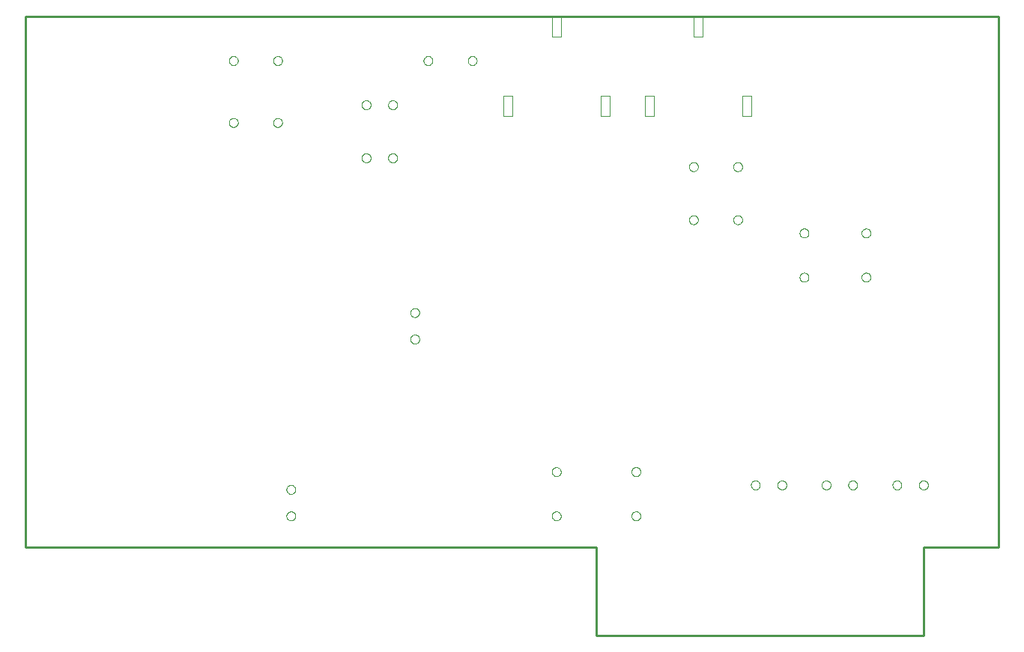
<source format=gko>
G75*
%MOIN*%
%OFA0B0*%
%FSLAX25Y25*%
%IPPOS*%
%LPD*%
%AMOC8*
5,1,8,0,0,1.08239X$1,22.5*
%
%ADD10C,0.01000*%
%ADD11C,0.00000*%
D10*
X0001500Y0040870D02*
X0255437Y0040870D01*
X0255437Y0001500D01*
X0401106Y0001500D01*
X0401106Y0040870D01*
X0434571Y0040870D01*
X0434571Y0277091D01*
X0001500Y0277091D01*
X0001500Y0040870D01*
D11*
X0117610Y0054650D02*
X0117612Y0054739D01*
X0117618Y0054828D01*
X0117628Y0054917D01*
X0117642Y0055005D01*
X0117659Y0055092D01*
X0117681Y0055178D01*
X0117707Y0055264D01*
X0117736Y0055348D01*
X0117769Y0055431D01*
X0117805Y0055512D01*
X0117846Y0055592D01*
X0117889Y0055669D01*
X0117936Y0055745D01*
X0117987Y0055818D01*
X0118040Y0055889D01*
X0118097Y0055958D01*
X0118157Y0056024D01*
X0118220Y0056088D01*
X0118285Y0056148D01*
X0118353Y0056206D01*
X0118424Y0056260D01*
X0118497Y0056311D01*
X0118572Y0056359D01*
X0118649Y0056404D01*
X0118728Y0056445D01*
X0118809Y0056482D01*
X0118891Y0056516D01*
X0118975Y0056547D01*
X0119060Y0056573D01*
X0119146Y0056596D01*
X0119233Y0056614D01*
X0119321Y0056629D01*
X0119410Y0056640D01*
X0119499Y0056647D01*
X0119588Y0056650D01*
X0119677Y0056649D01*
X0119766Y0056644D01*
X0119854Y0056635D01*
X0119943Y0056622D01*
X0120030Y0056605D01*
X0120117Y0056585D01*
X0120203Y0056560D01*
X0120287Y0056532D01*
X0120370Y0056500D01*
X0120452Y0056464D01*
X0120532Y0056425D01*
X0120610Y0056382D01*
X0120686Y0056336D01*
X0120760Y0056286D01*
X0120832Y0056233D01*
X0120901Y0056177D01*
X0120968Y0056118D01*
X0121032Y0056056D01*
X0121093Y0055992D01*
X0121152Y0055924D01*
X0121207Y0055854D01*
X0121259Y0055782D01*
X0121308Y0055707D01*
X0121353Y0055631D01*
X0121395Y0055552D01*
X0121433Y0055472D01*
X0121468Y0055390D01*
X0121499Y0055306D01*
X0121527Y0055221D01*
X0121550Y0055135D01*
X0121570Y0055048D01*
X0121586Y0054961D01*
X0121598Y0054872D01*
X0121606Y0054784D01*
X0121610Y0054695D01*
X0121610Y0054605D01*
X0121606Y0054516D01*
X0121598Y0054428D01*
X0121586Y0054339D01*
X0121570Y0054252D01*
X0121550Y0054165D01*
X0121527Y0054079D01*
X0121499Y0053994D01*
X0121468Y0053910D01*
X0121433Y0053828D01*
X0121395Y0053748D01*
X0121353Y0053669D01*
X0121308Y0053593D01*
X0121259Y0053518D01*
X0121207Y0053446D01*
X0121152Y0053376D01*
X0121093Y0053308D01*
X0121032Y0053244D01*
X0120968Y0053182D01*
X0120901Y0053123D01*
X0120832Y0053067D01*
X0120760Y0053014D01*
X0120686Y0052964D01*
X0120610Y0052918D01*
X0120532Y0052875D01*
X0120452Y0052836D01*
X0120370Y0052800D01*
X0120287Y0052768D01*
X0120203Y0052740D01*
X0120117Y0052715D01*
X0120030Y0052695D01*
X0119943Y0052678D01*
X0119854Y0052665D01*
X0119766Y0052656D01*
X0119677Y0052651D01*
X0119588Y0052650D01*
X0119499Y0052653D01*
X0119410Y0052660D01*
X0119321Y0052671D01*
X0119233Y0052686D01*
X0119146Y0052704D01*
X0119060Y0052727D01*
X0118975Y0052753D01*
X0118891Y0052784D01*
X0118809Y0052818D01*
X0118728Y0052855D01*
X0118649Y0052896D01*
X0118572Y0052941D01*
X0118497Y0052989D01*
X0118424Y0053040D01*
X0118353Y0053094D01*
X0118285Y0053152D01*
X0118220Y0053212D01*
X0118157Y0053276D01*
X0118097Y0053342D01*
X0118040Y0053411D01*
X0117987Y0053482D01*
X0117936Y0053555D01*
X0117889Y0053631D01*
X0117846Y0053708D01*
X0117805Y0053788D01*
X0117769Y0053869D01*
X0117736Y0053952D01*
X0117707Y0054036D01*
X0117681Y0054122D01*
X0117659Y0054208D01*
X0117642Y0054295D01*
X0117628Y0054383D01*
X0117618Y0054472D01*
X0117612Y0054561D01*
X0117610Y0054650D01*
X0117610Y0066461D02*
X0117612Y0066550D01*
X0117618Y0066639D01*
X0117628Y0066728D01*
X0117642Y0066816D01*
X0117659Y0066903D01*
X0117681Y0066989D01*
X0117707Y0067075D01*
X0117736Y0067159D01*
X0117769Y0067242D01*
X0117805Y0067323D01*
X0117846Y0067403D01*
X0117889Y0067480D01*
X0117936Y0067556D01*
X0117987Y0067629D01*
X0118040Y0067700D01*
X0118097Y0067769D01*
X0118157Y0067835D01*
X0118220Y0067899D01*
X0118285Y0067959D01*
X0118353Y0068017D01*
X0118424Y0068071D01*
X0118497Y0068122D01*
X0118572Y0068170D01*
X0118649Y0068215D01*
X0118728Y0068256D01*
X0118809Y0068293D01*
X0118891Y0068327D01*
X0118975Y0068358D01*
X0119060Y0068384D01*
X0119146Y0068407D01*
X0119233Y0068425D01*
X0119321Y0068440D01*
X0119410Y0068451D01*
X0119499Y0068458D01*
X0119588Y0068461D01*
X0119677Y0068460D01*
X0119766Y0068455D01*
X0119854Y0068446D01*
X0119943Y0068433D01*
X0120030Y0068416D01*
X0120117Y0068396D01*
X0120203Y0068371D01*
X0120287Y0068343D01*
X0120370Y0068311D01*
X0120452Y0068275D01*
X0120532Y0068236D01*
X0120610Y0068193D01*
X0120686Y0068147D01*
X0120760Y0068097D01*
X0120832Y0068044D01*
X0120901Y0067988D01*
X0120968Y0067929D01*
X0121032Y0067867D01*
X0121093Y0067803D01*
X0121152Y0067735D01*
X0121207Y0067665D01*
X0121259Y0067593D01*
X0121308Y0067518D01*
X0121353Y0067442D01*
X0121395Y0067363D01*
X0121433Y0067283D01*
X0121468Y0067201D01*
X0121499Y0067117D01*
X0121527Y0067032D01*
X0121550Y0066946D01*
X0121570Y0066859D01*
X0121586Y0066772D01*
X0121598Y0066683D01*
X0121606Y0066595D01*
X0121610Y0066506D01*
X0121610Y0066416D01*
X0121606Y0066327D01*
X0121598Y0066239D01*
X0121586Y0066150D01*
X0121570Y0066063D01*
X0121550Y0065976D01*
X0121527Y0065890D01*
X0121499Y0065805D01*
X0121468Y0065721D01*
X0121433Y0065639D01*
X0121395Y0065559D01*
X0121353Y0065480D01*
X0121308Y0065404D01*
X0121259Y0065329D01*
X0121207Y0065257D01*
X0121152Y0065187D01*
X0121093Y0065119D01*
X0121032Y0065055D01*
X0120968Y0064993D01*
X0120901Y0064934D01*
X0120832Y0064878D01*
X0120760Y0064825D01*
X0120686Y0064775D01*
X0120610Y0064729D01*
X0120532Y0064686D01*
X0120452Y0064647D01*
X0120370Y0064611D01*
X0120287Y0064579D01*
X0120203Y0064551D01*
X0120117Y0064526D01*
X0120030Y0064506D01*
X0119943Y0064489D01*
X0119854Y0064476D01*
X0119766Y0064467D01*
X0119677Y0064462D01*
X0119588Y0064461D01*
X0119499Y0064464D01*
X0119410Y0064471D01*
X0119321Y0064482D01*
X0119233Y0064497D01*
X0119146Y0064515D01*
X0119060Y0064538D01*
X0118975Y0064564D01*
X0118891Y0064595D01*
X0118809Y0064629D01*
X0118728Y0064666D01*
X0118649Y0064707D01*
X0118572Y0064752D01*
X0118497Y0064800D01*
X0118424Y0064851D01*
X0118353Y0064905D01*
X0118285Y0064963D01*
X0118220Y0065023D01*
X0118157Y0065087D01*
X0118097Y0065153D01*
X0118040Y0065222D01*
X0117987Y0065293D01*
X0117936Y0065366D01*
X0117889Y0065442D01*
X0117846Y0065519D01*
X0117805Y0065599D01*
X0117769Y0065680D01*
X0117736Y0065763D01*
X0117707Y0065847D01*
X0117681Y0065933D01*
X0117659Y0066019D01*
X0117642Y0066106D01*
X0117628Y0066194D01*
X0117618Y0066283D01*
X0117612Y0066372D01*
X0117610Y0066461D01*
X0172728Y0133390D02*
X0172730Y0133479D01*
X0172736Y0133568D01*
X0172746Y0133657D01*
X0172760Y0133745D01*
X0172777Y0133832D01*
X0172799Y0133918D01*
X0172825Y0134004D01*
X0172854Y0134088D01*
X0172887Y0134171D01*
X0172923Y0134252D01*
X0172964Y0134332D01*
X0173007Y0134409D01*
X0173054Y0134485D01*
X0173105Y0134558D01*
X0173158Y0134629D01*
X0173215Y0134698D01*
X0173275Y0134764D01*
X0173338Y0134828D01*
X0173403Y0134888D01*
X0173471Y0134946D01*
X0173542Y0135000D01*
X0173615Y0135051D01*
X0173690Y0135099D01*
X0173767Y0135144D01*
X0173846Y0135185D01*
X0173927Y0135222D01*
X0174009Y0135256D01*
X0174093Y0135287D01*
X0174178Y0135313D01*
X0174264Y0135336D01*
X0174351Y0135354D01*
X0174439Y0135369D01*
X0174528Y0135380D01*
X0174617Y0135387D01*
X0174706Y0135390D01*
X0174795Y0135389D01*
X0174884Y0135384D01*
X0174972Y0135375D01*
X0175061Y0135362D01*
X0175148Y0135345D01*
X0175235Y0135325D01*
X0175321Y0135300D01*
X0175405Y0135272D01*
X0175488Y0135240D01*
X0175570Y0135204D01*
X0175650Y0135165D01*
X0175728Y0135122D01*
X0175804Y0135076D01*
X0175878Y0135026D01*
X0175950Y0134973D01*
X0176019Y0134917D01*
X0176086Y0134858D01*
X0176150Y0134796D01*
X0176211Y0134732D01*
X0176270Y0134664D01*
X0176325Y0134594D01*
X0176377Y0134522D01*
X0176426Y0134447D01*
X0176471Y0134371D01*
X0176513Y0134292D01*
X0176551Y0134212D01*
X0176586Y0134130D01*
X0176617Y0134046D01*
X0176645Y0133961D01*
X0176668Y0133875D01*
X0176688Y0133788D01*
X0176704Y0133701D01*
X0176716Y0133612D01*
X0176724Y0133524D01*
X0176728Y0133435D01*
X0176728Y0133345D01*
X0176724Y0133256D01*
X0176716Y0133168D01*
X0176704Y0133079D01*
X0176688Y0132992D01*
X0176668Y0132905D01*
X0176645Y0132819D01*
X0176617Y0132734D01*
X0176586Y0132650D01*
X0176551Y0132568D01*
X0176513Y0132488D01*
X0176471Y0132409D01*
X0176426Y0132333D01*
X0176377Y0132258D01*
X0176325Y0132186D01*
X0176270Y0132116D01*
X0176211Y0132048D01*
X0176150Y0131984D01*
X0176086Y0131922D01*
X0176019Y0131863D01*
X0175950Y0131807D01*
X0175878Y0131754D01*
X0175804Y0131704D01*
X0175728Y0131658D01*
X0175650Y0131615D01*
X0175570Y0131576D01*
X0175488Y0131540D01*
X0175405Y0131508D01*
X0175321Y0131480D01*
X0175235Y0131455D01*
X0175148Y0131435D01*
X0175061Y0131418D01*
X0174972Y0131405D01*
X0174884Y0131396D01*
X0174795Y0131391D01*
X0174706Y0131390D01*
X0174617Y0131393D01*
X0174528Y0131400D01*
X0174439Y0131411D01*
X0174351Y0131426D01*
X0174264Y0131444D01*
X0174178Y0131467D01*
X0174093Y0131493D01*
X0174009Y0131524D01*
X0173927Y0131558D01*
X0173846Y0131595D01*
X0173767Y0131636D01*
X0173690Y0131681D01*
X0173615Y0131729D01*
X0173542Y0131780D01*
X0173471Y0131834D01*
X0173403Y0131892D01*
X0173338Y0131952D01*
X0173275Y0132016D01*
X0173215Y0132082D01*
X0173158Y0132151D01*
X0173105Y0132222D01*
X0173054Y0132295D01*
X0173007Y0132371D01*
X0172964Y0132448D01*
X0172923Y0132528D01*
X0172887Y0132609D01*
X0172854Y0132692D01*
X0172825Y0132776D01*
X0172799Y0132862D01*
X0172777Y0132948D01*
X0172760Y0133035D01*
X0172746Y0133123D01*
X0172736Y0133212D01*
X0172730Y0133301D01*
X0172728Y0133390D01*
X0172728Y0145201D02*
X0172730Y0145290D01*
X0172736Y0145379D01*
X0172746Y0145468D01*
X0172760Y0145556D01*
X0172777Y0145643D01*
X0172799Y0145729D01*
X0172825Y0145815D01*
X0172854Y0145899D01*
X0172887Y0145982D01*
X0172923Y0146063D01*
X0172964Y0146143D01*
X0173007Y0146220D01*
X0173054Y0146296D01*
X0173105Y0146369D01*
X0173158Y0146440D01*
X0173215Y0146509D01*
X0173275Y0146575D01*
X0173338Y0146639D01*
X0173403Y0146699D01*
X0173471Y0146757D01*
X0173542Y0146811D01*
X0173615Y0146862D01*
X0173690Y0146910D01*
X0173767Y0146955D01*
X0173846Y0146996D01*
X0173927Y0147033D01*
X0174009Y0147067D01*
X0174093Y0147098D01*
X0174178Y0147124D01*
X0174264Y0147147D01*
X0174351Y0147165D01*
X0174439Y0147180D01*
X0174528Y0147191D01*
X0174617Y0147198D01*
X0174706Y0147201D01*
X0174795Y0147200D01*
X0174884Y0147195D01*
X0174972Y0147186D01*
X0175061Y0147173D01*
X0175148Y0147156D01*
X0175235Y0147136D01*
X0175321Y0147111D01*
X0175405Y0147083D01*
X0175488Y0147051D01*
X0175570Y0147015D01*
X0175650Y0146976D01*
X0175728Y0146933D01*
X0175804Y0146887D01*
X0175878Y0146837D01*
X0175950Y0146784D01*
X0176019Y0146728D01*
X0176086Y0146669D01*
X0176150Y0146607D01*
X0176211Y0146543D01*
X0176270Y0146475D01*
X0176325Y0146405D01*
X0176377Y0146333D01*
X0176426Y0146258D01*
X0176471Y0146182D01*
X0176513Y0146103D01*
X0176551Y0146023D01*
X0176586Y0145941D01*
X0176617Y0145857D01*
X0176645Y0145772D01*
X0176668Y0145686D01*
X0176688Y0145599D01*
X0176704Y0145512D01*
X0176716Y0145423D01*
X0176724Y0145335D01*
X0176728Y0145246D01*
X0176728Y0145156D01*
X0176724Y0145067D01*
X0176716Y0144979D01*
X0176704Y0144890D01*
X0176688Y0144803D01*
X0176668Y0144716D01*
X0176645Y0144630D01*
X0176617Y0144545D01*
X0176586Y0144461D01*
X0176551Y0144379D01*
X0176513Y0144299D01*
X0176471Y0144220D01*
X0176426Y0144144D01*
X0176377Y0144069D01*
X0176325Y0143997D01*
X0176270Y0143927D01*
X0176211Y0143859D01*
X0176150Y0143795D01*
X0176086Y0143733D01*
X0176019Y0143674D01*
X0175950Y0143618D01*
X0175878Y0143565D01*
X0175804Y0143515D01*
X0175728Y0143469D01*
X0175650Y0143426D01*
X0175570Y0143387D01*
X0175488Y0143351D01*
X0175405Y0143319D01*
X0175321Y0143291D01*
X0175235Y0143266D01*
X0175148Y0143246D01*
X0175061Y0143229D01*
X0174972Y0143216D01*
X0174884Y0143207D01*
X0174795Y0143202D01*
X0174706Y0143201D01*
X0174617Y0143204D01*
X0174528Y0143211D01*
X0174439Y0143222D01*
X0174351Y0143237D01*
X0174264Y0143255D01*
X0174178Y0143278D01*
X0174093Y0143304D01*
X0174009Y0143335D01*
X0173927Y0143369D01*
X0173846Y0143406D01*
X0173767Y0143447D01*
X0173690Y0143492D01*
X0173615Y0143540D01*
X0173542Y0143591D01*
X0173471Y0143645D01*
X0173403Y0143703D01*
X0173338Y0143763D01*
X0173275Y0143827D01*
X0173215Y0143893D01*
X0173158Y0143962D01*
X0173105Y0144033D01*
X0173054Y0144106D01*
X0173007Y0144182D01*
X0172964Y0144259D01*
X0172923Y0144339D01*
X0172887Y0144420D01*
X0172854Y0144503D01*
X0172825Y0144587D01*
X0172799Y0144673D01*
X0172777Y0144759D01*
X0172760Y0144846D01*
X0172746Y0144934D01*
X0172736Y0145023D01*
X0172730Y0145112D01*
X0172728Y0145201D01*
X0162886Y0214098D02*
X0162888Y0214187D01*
X0162894Y0214276D01*
X0162904Y0214365D01*
X0162918Y0214453D01*
X0162935Y0214540D01*
X0162957Y0214626D01*
X0162983Y0214712D01*
X0163012Y0214796D01*
X0163045Y0214879D01*
X0163081Y0214960D01*
X0163122Y0215040D01*
X0163165Y0215117D01*
X0163212Y0215193D01*
X0163263Y0215266D01*
X0163316Y0215337D01*
X0163373Y0215406D01*
X0163433Y0215472D01*
X0163496Y0215536D01*
X0163561Y0215596D01*
X0163629Y0215654D01*
X0163700Y0215708D01*
X0163773Y0215759D01*
X0163848Y0215807D01*
X0163925Y0215852D01*
X0164004Y0215893D01*
X0164085Y0215930D01*
X0164167Y0215964D01*
X0164251Y0215995D01*
X0164336Y0216021D01*
X0164422Y0216044D01*
X0164509Y0216062D01*
X0164597Y0216077D01*
X0164686Y0216088D01*
X0164775Y0216095D01*
X0164864Y0216098D01*
X0164953Y0216097D01*
X0165042Y0216092D01*
X0165130Y0216083D01*
X0165219Y0216070D01*
X0165306Y0216053D01*
X0165393Y0216033D01*
X0165479Y0216008D01*
X0165563Y0215980D01*
X0165646Y0215948D01*
X0165728Y0215912D01*
X0165808Y0215873D01*
X0165886Y0215830D01*
X0165962Y0215784D01*
X0166036Y0215734D01*
X0166108Y0215681D01*
X0166177Y0215625D01*
X0166244Y0215566D01*
X0166308Y0215504D01*
X0166369Y0215440D01*
X0166428Y0215372D01*
X0166483Y0215302D01*
X0166535Y0215230D01*
X0166584Y0215155D01*
X0166629Y0215079D01*
X0166671Y0215000D01*
X0166709Y0214920D01*
X0166744Y0214838D01*
X0166775Y0214754D01*
X0166803Y0214669D01*
X0166826Y0214583D01*
X0166846Y0214496D01*
X0166862Y0214409D01*
X0166874Y0214320D01*
X0166882Y0214232D01*
X0166886Y0214143D01*
X0166886Y0214053D01*
X0166882Y0213964D01*
X0166874Y0213876D01*
X0166862Y0213787D01*
X0166846Y0213700D01*
X0166826Y0213613D01*
X0166803Y0213527D01*
X0166775Y0213442D01*
X0166744Y0213358D01*
X0166709Y0213276D01*
X0166671Y0213196D01*
X0166629Y0213117D01*
X0166584Y0213041D01*
X0166535Y0212966D01*
X0166483Y0212894D01*
X0166428Y0212824D01*
X0166369Y0212756D01*
X0166308Y0212692D01*
X0166244Y0212630D01*
X0166177Y0212571D01*
X0166108Y0212515D01*
X0166036Y0212462D01*
X0165962Y0212412D01*
X0165886Y0212366D01*
X0165808Y0212323D01*
X0165728Y0212284D01*
X0165646Y0212248D01*
X0165563Y0212216D01*
X0165479Y0212188D01*
X0165393Y0212163D01*
X0165306Y0212143D01*
X0165219Y0212126D01*
X0165130Y0212113D01*
X0165042Y0212104D01*
X0164953Y0212099D01*
X0164864Y0212098D01*
X0164775Y0212101D01*
X0164686Y0212108D01*
X0164597Y0212119D01*
X0164509Y0212134D01*
X0164422Y0212152D01*
X0164336Y0212175D01*
X0164251Y0212201D01*
X0164167Y0212232D01*
X0164085Y0212266D01*
X0164004Y0212303D01*
X0163925Y0212344D01*
X0163848Y0212389D01*
X0163773Y0212437D01*
X0163700Y0212488D01*
X0163629Y0212542D01*
X0163561Y0212600D01*
X0163496Y0212660D01*
X0163433Y0212724D01*
X0163373Y0212790D01*
X0163316Y0212859D01*
X0163263Y0212930D01*
X0163212Y0213003D01*
X0163165Y0213079D01*
X0163122Y0213156D01*
X0163081Y0213236D01*
X0163045Y0213317D01*
X0163012Y0213400D01*
X0162983Y0213484D01*
X0162957Y0213570D01*
X0162935Y0213656D01*
X0162918Y0213743D01*
X0162904Y0213831D01*
X0162894Y0213920D01*
X0162888Y0214009D01*
X0162886Y0214098D01*
X0151075Y0214098D02*
X0151077Y0214187D01*
X0151083Y0214276D01*
X0151093Y0214365D01*
X0151107Y0214453D01*
X0151124Y0214540D01*
X0151146Y0214626D01*
X0151172Y0214712D01*
X0151201Y0214796D01*
X0151234Y0214879D01*
X0151270Y0214960D01*
X0151311Y0215040D01*
X0151354Y0215117D01*
X0151401Y0215193D01*
X0151452Y0215266D01*
X0151505Y0215337D01*
X0151562Y0215406D01*
X0151622Y0215472D01*
X0151685Y0215536D01*
X0151750Y0215596D01*
X0151818Y0215654D01*
X0151889Y0215708D01*
X0151962Y0215759D01*
X0152037Y0215807D01*
X0152114Y0215852D01*
X0152193Y0215893D01*
X0152274Y0215930D01*
X0152356Y0215964D01*
X0152440Y0215995D01*
X0152525Y0216021D01*
X0152611Y0216044D01*
X0152698Y0216062D01*
X0152786Y0216077D01*
X0152875Y0216088D01*
X0152964Y0216095D01*
X0153053Y0216098D01*
X0153142Y0216097D01*
X0153231Y0216092D01*
X0153319Y0216083D01*
X0153408Y0216070D01*
X0153495Y0216053D01*
X0153582Y0216033D01*
X0153668Y0216008D01*
X0153752Y0215980D01*
X0153835Y0215948D01*
X0153917Y0215912D01*
X0153997Y0215873D01*
X0154075Y0215830D01*
X0154151Y0215784D01*
X0154225Y0215734D01*
X0154297Y0215681D01*
X0154366Y0215625D01*
X0154433Y0215566D01*
X0154497Y0215504D01*
X0154558Y0215440D01*
X0154617Y0215372D01*
X0154672Y0215302D01*
X0154724Y0215230D01*
X0154773Y0215155D01*
X0154818Y0215079D01*
X0154860Y0215000D01*
X0154898Y0214920D01*
X0154933Y0214838D01*
X0154964Y0214754D01*
X0154992Y0214669D01*
X0155015Y0214583D01*
X0155035Y0214496D01*
X0155051Y0214409D01*
X0155063Y0214320D01*
X0155071Y0214232D01*
X0155075Y0214143D01*
X0155075Y0214053D01*
X0155071Y0213964D01*
X0155063Y0213876D01*
X0155051Y0213787D01*
X0155035Y0213700D01*
X0155015Y0213613D01*
X0154992Y0213527D01*
X0154964Y0213442D01*
X0154933Y0213358D01*
X0154898Y0213276D01*
X0154860Y0213196D01*
X0154818Y0213117D01*
X0154773Y0213041D01*
X0154724Y0212966D01*
X0154672Y0212894D01*
X0154617Y0212824D01*
X0154558Y0212756D01*
X0154497Y0212692D01*
X0154433Y0212630D01*
X0154366Y0212571D01*
X0154297Y0212515D01*
X0154225Y0212462D01*
X0154151Y0212412D01*
X0154075Y0212366D01*
X0153997Y0212323D01*
X0153917Y0212284D01*
X0153835Y0212248D01*
X0153752Y0212216D01*
X0153668Y0212188D01*
X0153582Y0212163D01*
X0153495Y0212143D01*
X0153408Y0212126D01*
X0153319Y0212113D01*
X0153231Y0212104D01*
X0153142Y0212099D01*
X0153053Y0212098D01*
X0152964Y0212101D01*
X0152875Y0212108D01*
X0152786Y0212119D01*
X0152698Y0212134D01*
X0152611Y0212152D01*
X0152525Y0212175D01*
X0152440Y0212201D01*
X0152356Y0212232D01*
X0152274Y0212266D01*
X0152193Y0212303D01*
X0152114Y0212344D01*
X0152037Y0212389D01*
X0151962Y0212437D01*
X0151889Y0212488D01*
X0151818Y0212542D01*
X0151750Y0212600D01*
X0151685Y0212660D01*
X0151622Y0212724D01*
X0151562Y0212790D01*
X0151505Y0212859D01*
X0151452Y0212930D01*
X0151401Y0213003D01*
X0151354Y0213079D01*
X0151311Y0213156D01*
X0151270Y0213236D01*
X0151234Y0213317D01*
X0151201Y0213400D01*
X0151172Y0213484D01*
X0151146Y0213570D01*
X0151124Y0213656D01*
X0151107Y0213743D01*
X0151093Y0213831D01*
X0151083Y0213920D01*
X0151077Y0214009D01*
X0151075Y0214098D01*
X0151075Y0237720D02*
X0151077Y0237809D01*
X0151083Y0237898D01*
X0151093Y0237987D01*
X0151107Y0238075D01*
X0151124Y0238162D01*
X0151146Y0238248D01*
X0151172Y0238334D01*
X0151201Y0238418D01*
X0151234Y0238501D01*
X0151270Y0238582D01*
X0151311Y0238662D01*
X0151354Y0238739D01*
X0151401Y0238815D01*
X0151452Y0238888D01*
X0151505Y0238959D01*
X0151562Y0239028D01*
X0151622Y0239094D01*
X0151685Y0239158D01*
X0151750Y0239218D01*
X0151818Y0239276D01*
X0151889Y0239330D01*
X0151962Y0239381D01*
X0152037Y0239429D01*
X0152114Y0239474D01*
X0152193Y0239515D01*
X0152274Y0239552D01*
X0152356Y0239586D01*
X0152440Y0239617D01*
X0152525Y0239643D01*
X0152611Y0239666D01*
X0152698Y0239684D01*
X0152786Y0239699D01*
X0152875Y0239710D01*
X0152964Y0239717D01*
X0153053Y0239720D01*
X0153142Y0239719D01*
X0153231Y0239714D01*
X0153319Y0239705D01*
X0153408Y0239692D01*
X0153495Y0239675D01*
X0153582Y0239655D01*
X0153668Y0239630D01*
X0153752Y0239602D01*
X0153835Y0239570D01*
X0153917Y0239534D01*
X0153997Y0239495D01*
X0154075Y0239452D01*
X0154151Y0239406D01*
X0154225Y0239356D01*
X0154297Y0239303D01*
X0154366Y0239247D01*
X0154433Y0239188D01*
X0154497Y0239126D01*
X0154558Y0239062D01*
X0154617Y0238994D01*
X0154672Y0238924D01*
X0154724Y0238852D01*
X0154773Y0238777D01*
X0154818Y0238701D01*
X0154860Y0238622D01*
X0154898Y0238542D01*
X0154933Y0238460D01*
X0154964Y0238376D01*
X0154992Y0238291D01*
X0155015Y0238205D01*
X0155035Y0238118D01*
X0155051Y0238031D01*
X0155063Y0237942D01*
X0155071Y0237854D01*
X0155075Y0237765D01*
X0155075Y0237675D01*
X0155071Y0237586D01*
X0155063Y0237498D01*
X0155051Y0237409D01*
X0155035Y0237322D01*
X0155015Y0237235D01*
X0154992Y0237149D01*
X0154964Y0237064D01*
X0154933Y0236980D01*
X0154898Y0236898D01*
X0154860Y0236818D01*
X0154818Y0236739D01*
X0154773Y0236663D01*
X0154724Y0236588D01*
X0154672Y0236516D01*
X0154617Y0236446D01*
X0154558Y0236378D01*
X0154497Y0236314D01*
X0154433Y0236252D01*
X0154366Y0236193D01*
X0154297Y0236137D01*
X0154225Y0236084D01*
X0154151Y0236034D01*
X0154075Y0235988D01*
X0153997Y0235945D01*
X0153917Y0235906D01*
X0153835Y0235870D01*
X0153752Y0235838D01*
X0153668Y0235810D01*
X0153582Y0235785D01*
X0153495Y0235765D01*
X0153408Y0235748D01*
X0153319Y0235735D01*
X0153231Y0235726D01*
X0153142Y0235721D01*
X0153053Y0235720D01*
X0152964Y0235723D01*
X0152875Y0235730D01*
X0152786Y0235741D01*
X0152698Y0235756D01*
X0152611Y0235774D01*
X0152525Y0235797D01*
X0152440Y0235823D01*
X0152356Y0235854D01*
X0152274Y0235888D01*
X0152193Y0235925D01*
X0152114Y0235966D01*
X0152037Y0236011D01*
X0151962Y0236059D01*
X0151889Y0236110D01*
X0151818Y0236164D01*
X0151750Y0236222D01*
X0151685Y0236282D01*
X0151622Y0236346D01*
X0151562Y0236412D01*
X0151505Y0236481D01*
X0151452Y0236552D01*
X0151401Y0236625D01*
X0151354Y0236701D01*
X0151311Y0236778D01*
X0151270Y0236858D01*
X0151234Y0236939D01*
X0151201Y0237022D01*
X0151172Y0237106D01*
X0151146Y0237192D01*
X0151124Y0237278D01*
X0151107Y0237365D01*
X0151093Y0237453D01*
X0151083Y0237542D01*
X0151077Y0237631D01*
X0151075Y0237720D01*
X0162886Y0237720D02*
X0162888Y0237809D01*
X0162894Y0237898D01*
X0162904Y0237987D01*
X0162918Y0238075D01*
X0162935Y0238162D01*
X0162957Y0238248D01*
X0162983Y0238334D01*
X0163012Y0238418D01*
X0163045Y0238501D01*
X0163081Y0238582D01*
X0163122Y0238662D01*
X0163165Y0238739D01*
X0163212Y0238815D01*
X0163263Y0238888D01*
X0163316Y0238959D01*
X0163373Y0239028D01*
X0163433Y0239094D01*
X0163496Y0239158D01*
X0163561Y0239218D01*
X0163629Y0239276D01*
X0163700Y0239330D01*
X0163773Y0239381D01*
X0163848Y0239429D01*
X0163925Y0239474D01*
X0164004Y0239515D01*
X0164085Y0239552D01*
X0164167Y0239586D01*
X0164251Y0239617D01*
X0164336Y0239643D01*
X0164422Y0239666D01*
X0164509Y0239684D01*
X0164597Y0239699D01*
X0164686Y0239710D01*
X0164775Y0239717D01*
X0164864Y0239720D01*
X0164953Y0239719D01*
X0165042Y0239714D01*
X0165130Y0239705D01*
X0165219Y0239692D01*
X0165306Y0239675D01*
X0165393Y0239655D01*
X0165479Y0239630D01*
X0165563Y0239602D01*
X0165646Y0239570D01*
X0165728Y0239534D01*
X0165808Y0239495D01*
X0165886Y0239452D01*
X0165962Y0239406D01*
X0166036Y0239356D01*
X0166108Y0239303D01*
X0166177Y0239247D01*
X0166244Y0239188D01*
X0166308Y0239126D01*
X0166369Y0239062D01*
X0166428Y0238994D01*
X0166483Y0238924D01*
X0166535Y0238852D01*
X0166584Y0238777D01*
X0166629Y0238701D01*
X0166671Y0238622D01*
X0166709Y0238542D01*
X0166744Y0238460D01*
X0166775Y0238376D01*
X0166803Y0238291D01*
X0166826Y0238205D01*
X0166846Y0238118D01*
X0166862Y0238031D01*
X0166874Y0237942D01*
X0166882Y0237854D01*
X0166886Y0237765D01*
X0166886Y0237675D01*
X0166882Y0237586D01*
X0166874Y0237498D01*
X0166862Y0237409D01*
X0166846Y0237322D01*
X0166826Y0237235D01*
X0166803Y0237149D01*
X0166775Y0237064D01*
X0166744Y0236980D01*
X0166709Y0236898D01*
X0166671Y0236818D01*
X0166629Y0236739D01*
X0166584Y0236663D01*
X0166535Y0236588D01*
X0166483Y0236516D01*
X0166428Y0236446D01*
X0166369Y0236378D01*
X0166308Y0236314D01*
X0166244Y0236252D01*
X0166177Y0236193D01*
X0166108Y0236137D01*
X0166036Y0236084D01*
X0165962Y0236034D01*
X0165886Y0235988D01*
X0165808Y0235945D01*
X0165728Y0235906D01*
X0165646Y0235870D01*
X0165563Y0235838D01*
X0165479Y0235810D01*
X0165393Y0235785D01*
X0165306Y0235765D01*
X0165219Y0235748D01*
X0165130Y0235735D01*
X0165042Y0235726D01*
X0164953Y0235721D01*
X0164864Y0235720D01*
X0164775Y0235723D01*
X0164686Y0235730D01*
X0164597Y0235741D01*
X0164509Y0235756D01*
X0164422Y0235774D01*
X0164336Y0235797D01*
X0164251Y0235823D01*
X0164167Y0235854D01*
X0164085Y0235888D01*
X0164004Y0235925D01*
X0163925Y0235966D01*
X0163848Y0236011D01*
X0163773Y0236059D01*
X0163700Y0236110D01*
X0163629Y0236164D01*
X0163561Y0236222D01*
X0163496Y0236282D01*
X0163433Y0236346D01*
X0163373Y0236412D01*
X0163316Y0236481D01*
X0163263Y0236552D01*
X0163212Y0236625D01*
X0163165Y0236701D01*
X0163122Y0236778D01*
X0163081Y0236858D01*
X0163045Y0236939D01*
X0163012Y0237022D01*
X0162983Y0237106D01*
X0162957Y0237192D01*
X0162935Y0237278D01*
X0162918Y0237365D01*
X0162904Y0237453D01*
X0162894Y0237542D01*
X0162888Y0237631D01*
X0162886Y0237720D01*
X0178634Y0257406D02*
X0178636Y0257495D01*
X0178642Y0257584D01*
X0178652Y0257673D01*
X0178666Y0257761D01*
X0178683Y0257848D01*
X0178705Y0257934D01*
X0178731Y0258020D01*
X0178760Y0258104D01*
X0178793Y0258187D01*
X0178829Y0258268D01*
X0178870Y0258348D01*
X0178913Y0258425D01*
X0178960Y0258501D01*
X0179011Y0258574D01*
X0179064Y0258645D01*
X0179121Y0258714D01*
X0179181Y0258780D01*
X0179244Y0258844D01*
X0179309Y0258904D01*
X0179377Y0258962D01*
X0179448Y0259016D01*
X0179521Y0259067D01*
X0179596Y0259115D01*
X0179673Y0259160D01*
X0179752Y0259201D01*
X0179833Y0259238D01*
X0179915Y0259272D01*
X0179999Y0259303D01*
X0180084Y0259329D01*
X0180170Y0259352D01*
X0180257Y0259370D01*
X0180345Y0259385D01*
X0180434Y0259396D01*
X0180523Y0259403D01*
X0180612Y0259406D01*
X0180701Y0259405D01*
X0180790Y0259400D01*
X0180878Y0259391D01*
X0180967Y0259378D01*
X0181054Y0259361D01*
X0181141Y0259341D01*
X0181227Y0259316D01*
X0181311Y0259288D01*
X0181394Y0259256D01*
X0181476Y0259220D01*
X0181556Y0259181D01*
X0181634Y0259138D01*
X0181710Y0259092D01*
X0181784Y0259042D01*
X0181856Y0258989D01*
X0181925Y0258933D01*
X0181992Y0258874D01*
X0182056Y0258812D01*
X0182117Y0258748D01*
X0182176Y0258680D01*
X0182231Y0258610D01*
X0182283Y0258538D01*
X0182332Y0258463D01*
X0182377Y0258387D01*
X0182419Y0258308D01*
X0182457Y0258228D01*
X0182492Y0258146D01*
X0182523Y0258062D01*
X0182551Y0257977D01*
X0182574Y0257891D01*
X0182594Y0257804D01*
X0182610Y0257717D01*
X0182622Y0257628D01*
X0182630Y0257540D01*
X0182634Y0257451D01*
X0182634Y0257361D01*
X0182630Y0257272D01*
X0182622Y0257184D01*
X0182610Y0257095D01*
X0182594Y0257008D01*
X0182574Y0256921D01*
X0182551Y0256835D01*
X0182523Y0256750D01*
X0182492Y0256666D01*
X0182457Y0256584D01*
X0182419Y0256504D01*
X0182377Y0256425D01*
X0182332Y0256349D01*
X0182283Y0256274D01*
X0182231Y0256202D01*
X0182176Y0256132D01*
X0182117Y0256064D01*
X0182056Y0256000D01*
X0181992Y0255938D01*
X0181925Y0255879D01*
X0181856Y0255823D01*
X0181784Y0255770D01*
X0181710Y0255720D01*
X0181634Y0255674D01*
X0181556Y0255631D01*
X0181476Y0255592D01*
X0181394Y0255556D01*
X0181311Y0255524D01*
X0181227Y0255496D01*
X0181141Y0255471D01*
X0181054Y0255451D01*
X0180967Y0255434D01*
X0180878Y0255421D01*
X0180790Y0255412D01*
X0180701Y0255407D01*
X0180612Y0255406D01*
X0180523Y0255409D01*
X0180434Y0255416D01*
X0180345Y0255427D01*
X0180257Y0255442D01*
X0180170Y0255460D01*
X0180084Y0255483D01*
X0179999Y0255509D01*
X0179915Y0255540D01*
X0179833Y0255574D01*
X0179752Y0255611D01*
X0179673Y0255652D01*
X0179596Y0255697D01*
X0179521Y0255745D01*
X0179448Y0255796D01*
X0179377Y0255850D01*
X0179309Y0255908D01*
X0179244Y0255968D01*
X0179181Y0256032D01*
X0179121Y0256098D01*
X0179064Y0256167D01*
X0179011Y0256238D01*
X0178960Y0256311D01*
X0178913Y0256387D01*
X0178870Y0256464D01*
X0178829Y0256544D01*
X0178793Y0256625D01*
X0178760Y0256708D01*
X0178731Y0256792D01*
X0178705Y0256878D01*
X0178683Y0256964D01*
X0178666Y0257051D01*
X0178652Y0257139D01*
X0178642Y0257228D01*
X0178636Y0257317D01*
X0178634Y0257406D01*
X0198319Y0257406D02*
X0198321Y0257495D01*
X0198327Y0257584D01*
X0198337Y0257673D01*
X0198351Y0257761D01*
X0198368Y0257848D01*
X0198390Y0257934D01*
X0198416Y0258020D01*
X0198445Y0258104D01*
X0198478Y0258187D01*
X0198514Y0258268D01*
X0198555Y0258348D01*
X0198598Y0258425D01*
X0198645Y0258501D01*
X0198696Y0258574D01*
X0198749Y0258645D01*
X0198806Y0258714D01*
X0198866Y0258780D01*
X0198929Y0258844D01*
X0198994Y0258904D01*
X0199062Y0258962D01*
X0199133Y0259016D01*
X0199206Y0259067D01*
X0199281Y0259115D01*
X0199358Y0259160D01*
X0199437Y0259201D01*
X0199518Y0259238D01*
X0199600Y0259272D01*
X0199684Y0259303D01*
X0199769Y0259329D01*
X0199855Y0259352D01*
X0199942Y0259370D01*
X0200030Y0259385D01*
X0200119Y0259396D01*
X0200208Y0259403D01*
X0200297Y0259406D01*
X0200386Y0259405D01*
X0200475Y0259400D01*
X0200563Y0259391D01*
X0200652Y0259378D01*
X0200739Y0259361D01*
X0200826Y0259341D01*
X0200912Y0259316D01*
X0200996Y0259288D01*
X0201079Y0259256D01*
X0201161Y0259220D01*
X0201241Y0259181D01*
X0201319Y0259138D01*
X0201395Y0259092D01*
X0201469Y0259042D01*
X0201541Y0258989D01*
X0201610Y0258933D01*
X0201677Y0258874D01*
X0201741Y0258812D01*
X0201802Y0258748D01*
X0201861Y0258680D01*
X0201916Y0258610D01*
X0201968Y0258538D01*
X0202017Y0258463D01*
X0202062Y0258387D01*
X0202104Y0258308D01*
X0202142Y0258228D01*
X0202177Y0258146D01*
X0202208Y0258062D01*
X0202236Y0257977D01*
X0202259Y0257891D01*
X0202279Y0257804D01*
X0202295Y0257717D01*
X0202307Y0257628D01*
X0202315Y0257540D01*
X0202319Y0257451D01*
X0202319Y0257361D01*
X0202315Y0257272D01*
X0202307Y0257184D01*
X0202295Y0257095D01*
X0202279Y0257008D01*
X0202259Y0256921D01*
X0202236Y0256835D01*
X0202208Y0256750D01*
X0202177Y0256666D01*
X0202142Y0256584D01*
X0202104Y0256504D01*
X0202062Y0256425D01*
X0202017Y0256349D01*
X0201968Y0256274D01*
X0201916Y0256202D01*
X0201861Y0256132D01*
X0201802Y0256064D01*
X0201741Y0256000D01*
X0201677Y0255938D01*
X0201610Y0255879D01*
X0201541Y0255823D01*
X0201469Y0255770D01*
X0201395Y0255720D01*
X0201319Y0255674D01*
X0201241Y0255631D01*
X0201161Y0255592D01*
X0201079Y0255556D01*
X0200996Y0255524D01*
X0200912Y0255496D01*
X0200826Y0255471D01*
X0200739Y0255451D01*
X0200652Y0255434D01*
X0200563Y0255421D01*
X0200475Y0255412D01*
X0200386Y0255407D01*
X0200297Y0255406D01*
X0200208Y0255409D01*
X0200119Y0255416D01*
X0200030Y0255427D01*
X0199942Y0255442D01*
X0199855Y0255460D01*
X0199769Y0255483D01*
X0199684Y0255509D01*
X0199600Y0255540D01*
X0199518Y0255574D01*
X0199437Y0255611D01*
X0199358Y0255652D01*
X0199281Y0255697D01*
X0199206Y0255745D01*
X0199133Y0255796D01*
X0199062Y0255850D01*
X0198994Y0255908D01*
X0198929Y0255968D01*
X0198866Y0256032D01*
X0198806Y0256098D01*
X0198749Y0256167D01*
X0198696Y0256238D01*
X0198645Y0256311D01*
X0198598Y0256387D01*
X0198555Y0256464D01*
X0198514Y0256544D01*
X0198478Y0256625D01*
X0198445Y0256708D01*
X0198416Y0256792D01*
X0198390Y0256878D01*
X0198368Y0256964D01*
X0198351Y0257051D01*
X0198337Y0257139D01*
X0198327Y0257228D01*
X0198321Y0257317D01*
X0198319Y0257406D01*
X0214098Y0241756D02*
X0218035Y0241756D01*
X0218035Y0232701D01*
X0214098Y0232701D01*
X0214098Y0241756D01*
X0235752Y0268134D02*
X0235752Y0277189D01*
X0239689Y0277189D01*
X0239689Y0268134D01*
X0235752Y0268134D01*
X0257406Y0241756D02*
X0261343Y0241756D01*
X0261343Y0232701D01*
X0257406Y0232701D01*
X0257406Y0241756D01*
X0277091Y0241756D02*
X0277091Y0232701D01*
X0281028Y0232701D01*
X0281028Y0241756D01*
X0277091Y0241756D01*
X0298744Y0268134D02*
X0298744Y0277189D01*
X0302681Y0277189D01*
X0302681Y0268134D01*
X0298744Y0268134D01*
X0320398Y0241756D02*
X0324335Y0241756D01*
X0324335Y0232701D01*
X0320398Y0232701D01*
X0320398Y0241756D01*
X0316429Y0210161D02*
X0316431Y0210250D01*
X0316437Y0210339D01*
X0316447Y0210428D01*
X0316461Y0210516D01*
X0316478Y0210603D01*
X0316500Y0210689D01*
X0316526Y0210775D01*
X0316555Y0210859D01*
X0316588Y0210942D01*
X0316624Y0211023D01*
X0316665Y0211103D01*
X0316708Y0211180D01*
X0316755Y0211256D01*
X0316806Y0211329D01*
X0316859Y0211400D01*
X0316916Y0211469D01*
X0316976Y0211535D01*
X0317039Y0211599D01*
X0317104Y0211659D01*
X0317172Y0211717D01*
X0317243Y0211771D01*
X0317316Y0211822D01*
X0317391Y0211870D01*
X0317468Y0211915D01*
X0317547Y0211956D01*
X0317628Y0211993D01*
X0317710Y0212027D01*
X0317794Y0212058D01*
X0317879Y0212084D01*
X0317965Y0212107D01*
X0318052Y0212125D01*
X0318140Y0212140D01*
X0318229Y0212151D01*
X0318318Y0212158D01*
X0318407Y0212161D01*
X0318496Y0212160D01*
X0318585Y0212155D01*
X0318673Y0212146D01*
X0318762Y0212133D01*
X0318849Y0212116D01*
X0318936Y0212096D01*
X0319022Y0212071D01*
X0319106Y0212043D01*
X0319189Y0212011D01*
X0319271Y0211975D01*
X0319351Y0211936D01*
X0319429Y0211893D01*
X0319505Y0211847D01*
X0319579Y0211797D01*
X0319651Y0211744D01*
X0319720Y0211688D01*
X0319787Y0211629D01*
X0319851Y0211567D01*
X0319912Y0211503D01*
X0319971Y0211435D01*
X0320026Y0211365D01*
X0320078Y0211293D01*
X0320127Y0211218D01*
X0320172Y0211142D01*
X0320214Y0211063D01*
X0320252Y0210983D01*
X0320287Y0210901D01*
X0320318Y0210817D01*
X0320346Y0210732D01*
X0320369Y0210646D01*
X0320389Y0210559D01*
X0320405Y0210472D01*
X0320417Y0210383D01*
X0320425Y0210295D01*
X0320429Y0210206D01*
X0320429Y0210116D01*
X0320425Y0210027D01*
X0320417Y0209939D01*
X0320405Y0209850D01*
X0320389Y0209763D01*
X0320369Y0209676D01*
X0320346Y0209590D01*
X0320318Y0209505D01*
X0320287Y0209421D01*
X0320252Y0209339D01*
X0320214Y0209259D01*
X0320172Y0209180D01*
X0320127Y0209104D01*
X0320078Y0209029D01*
X0320026Y0208957D01*
X0319971Y0208887D01*
X0319912Y0208819D01*
X0319851Y0208755D01*
X0319787Y0208693D01*
X0319720Y0208634D01*
X0319651Y0208578D01*
X0319579Y0208525D01*
X0319505Y0208475D01*
X0319429Y0208429D01*
X0319351Y0208386D01*
X0319271Y0208347D01*
X0319189Y0208311D01*
X0319106Y0208279D01*
X0319022Y0208251D01*
X0318936Y0208226D01*
X0318849Y0208206D01*
X0318762Y0208189D01*
X0318673Y0208176D01*
X0318585Y0208167D01*
X0318496Y0208162D01*
X0318407Y0208161D01*
X0318318Y0208164D01*
X0318229Y0208171D01*
X0318140Y0208182D01*
X0318052Y0208197D01*
X0317965Y0208215D01*
X0317879Y0208238D01*
X0317794Y0208264D01*
X0317710Y0208295D01*
X0317628Y0208329D01*
X0317547Y0208366D01*
X0317468Y0208407D01*
X0317391Y0208452D01*
X0317316Y0208500D01*
X0317243Y0208551D01*
X0317172Y0208605D01*
X0317104Y0208663D01*
X0317039Y0208723D01*
X0316976Y0208787D01*
X0316916Y0208853D01*
X0316859Y0208922D01*
X0316806Y0208993D01*
X0316755Y0209066D01*
X0316708Y0209142D01*
X0316665Y0209219D01*
X0316624Y0209299D01*
X0316588Y0209380D01*
X0316555Y0209463D01*
X0316526Y0209547D01*
X0316500Y0209633D01*
X0316478Y0209719D01*
X0316461Y0209806D01*
X0316447Y0209894D01*
X0316437Y0209983D01*
X0316431Y0210072D01*
X0316429Y0210161D01*
X0296744Y0210161D02*
X0296746Y0210250D01*
X0296752Y0210339D01*
X0296762Y0210428D01*
X0296776Y0210516D01*
X0296793Y0210603D01*
X0296815Y0210689D01*
X0296841Y0210775D01*
X0296870Y0210859D01*
X0296903Y0210942D01*
X0296939Y0211023D01*
X0296980Y0211103D01*
X0297023Y0211180D01*
X0297070Y0211256D01*
X0297121Y0211329D01*
X0297174Y0211400D01*
X0297231Y0211469D01*
X0297291Y0211535D01*
X0297354Y0211599D01*
X0297419Y0211659D01*
X0297487Y0211717D01*
X0297558Y0211771D01*
X0297631Y0211822D01*
X0297706Y0211870D01*
X0297783Y0211915D01*
X0297862Y0211956D01*
X0297943Y0211993D01*
X0298025Y0212027D01*
X0298109Y0212058D01*
X0298194Y0212084D01*
X0298280Y0212107D01*
X0298367Y0212125D01*
X0298455Y0212140D01*
X0298544Y0212151D01*
X0298633Y0212158D01*
X0298722Y0212161D01*
X0298811Y0212160D01*
X0298900Y0212155D01*
X0298988Y0212146D01*
X0299077Y0212133D01*
X0299164Y0212116D01*
X0299251Y0212096D01*
X0299337Y0212071D01*
X0299421Y0212043D01*
X0299504Y0212011D01*
X0299586Y0211975D01*
X0299666Y0211936D01*
X0299744Y0211893D01*
X0299820Y0211847D01*
X0299894Y0211797D01*
X0299966Y0211744D01*
X0300035Y0211688D01*
X0300102Y0211629D01*
X0300166Y0211567D01*
X0300227Y0211503D01*
X0300286Y0211435D01*
X0300341Y0211365D01*
X0300393Y0211293D01*
X0300442Y0211218D01*
X0300487Y0211142D01*
X0300529Y0211063D01*
X0300567Y0210983D01*
X0300602Y0210901D01*
X0300633Y0210817D01*
X0300661Y0210732D01*
X0300684Y0210646D01*
X0300704Y0210559D01*
X0300720Y0210472D01*
X0300732Y0210383D01*
X0300740Y0210295D01*
X0300744Y0210206D01*
X0300744Y0210116D01*
X0300740Y0210027D01*
X0300732Y0209939D01*
X0300720Y0209850D01*
X0300704Y0209763D01*
X0300684Y0209676D01*
X0300661Y0209590D01*
X0300633Y0209505D01*
X0300602Y0209421D01*
X0300567Y0209339D01*
X0300529Y0209259D01*
X0300487Y0209180D01*
X0300442Y0209104D01*
X0300393Y0209029D01*
X0300341Y0208957D01*
X0300286Y0208887D01*
X0300227Y0208819D01*
X0300166Y0208755D01*
X0300102Y0208693D01*
X0300035Y0208634D01*
X0299966Y0208578D01*
X0299894Y0208525D01*
X0299820Y0208475D01*
X0299744Y0208429D01*
X0299666Y0208386D01*
X0299586Y0208347D01*
X0299504Y0208311D01*
X0299421Y0208279D01*
X0299337Y0208251D01*
X0299251Y0208226D01*
X0299164Y0208206D01*
X0299077Y0208189D01*
X0298988Y0208176D01*
X0298900Y0208167D01*
X0298811Y0208162D01*
X0298722Y0208161D01*
X0298633Y0208164D01*
X0298544Y0208171D01*
X0298455Y0208182D01*
X0298367Y0208197D01*
X0298280Y0208215D01*
X0298194Y0208238D01*
X0298109Y0208264D01*
X0298025Y0208295D01*
X0297943Y0208329D01*
X0297862Y0208366D01*
X0297783Y0208407D01*
X0297706Y0208452D01*
X0297631Y0208500D01*
X0297558Y0208551D01*
X0297487Y0208605D01*
X0297419Y0208663D01*
X0297354Y0208723D01*
X0297291Y0208787D01*
X0297231Y0208853D01*
X0297174Y0208922D01*
X0297121Y0208993D01*
X0297070Y0209066D01*
X0297023Y0209142D01*
X0296980Y0209219D01*
X0296939Y0209299D01*
X0296903Y0209380D01*
X0296870Y0209463D01*
X0296841Y0209547D01*
X0296815Y0209633D01*
X0296793Y0209719D01*
X0296776Y0209806D01*
X0296762Y0209894D01*
X0296752Y0209983D01*
X0296746Y0210072D01*
X0296744Y0210161D01*
X0296744Y0186539D02*
X0296746Y0186628D01*
X0296752Y0186717D01*
X0296762Y0186806D01*
X0296776Y0186894D01*
X0296793Y0186981D01*
X0296815Y0187067D01*
X0296841Y0187153D01*
X0296870Y0187237D01*
X0296903Y0187320D01*
X0296939Y0187401D01*
X0296980Y0187481D01*
X0297023Y0187558D01*
X0297070Y0187634D01*
X0297121Y0187707D01*
X0297174Y0187778D01*
X0297231Y0187847D01*
X0297291Y0187913D01*
X0297354Y0187977D01*
X0297419Y0188037D01*
X0297487Y0188095D01*
X0297558Y0188149D01*
X0297631Y0188200D01*
X0297706Y0188248D01*
X0297783Y0188293D01*
X0297862Y0188334D01*
X0297943Y0188371D01*
X0298025Y0188405D01*
X0298109Y0188436D01*
X0298194Y0188462D01*
X0298280Y0188485D01*
X0298367Y0188503D01*
X0298455Y0188518D01*
X0298544Y0188529D01*
X0298633Y0188536D01*
X0298722Y0188539D01*
X0298811Y0188538D01*
X0298900Y0188533D01*
X0298988Y0188524D01*
X0299077Y0188511D01*
X0299164Y0188494D01*
X0299251Y0188474D01*
X0299337Y0188449D01*
X0299421Y0188421D01*
X0299504Y0188389D01*
X0299586Y0188353D01*
X0299666Y0188314D01*
X0299744Y0188271D01*
X0299820Y0188225D01*
X0299894Y0188175D01*
X0299966Y0188122D01*
X0300035Y0188066D01*
X0300102Y0188007D01*
X0300166Y0187945D01*
X0300227Y0187881D01*
X0300286Y0187813D01*
X0300341Y0187743D01*
X0300393Y0187671D01*
X0300442Y0187596D01*
X0300487Y0187520D01*
X0300529Y0187441D01*
X0300567Y0187361D01*
X0300602Y0187279D01*
X0300633Y0187195D01*
X0300661Y0187110D01*
X0300684Y0187024D01*
X0300704Y0186937D01*
X0300720Y0186850D01*
X0300732Y0186761D01*
X0300740Y0186673D01*
X0300744Y0186584D01*
X0300744Y0186494D01*
X0300740Y0186405D01*
X0300732Y0186317D01*
X0300720Y0186228D01*
X0300704Y0186141D01*
X0300684Y0186054D01*
X0300661Y0185968D01*
X0300633Y0185883D01*
X0300602Y0185799D01*
X0300567Y0185717D01*
X0300529Y0185637D01*
X0300487Y0185558D01*
X0300442Y0185482D01*
X0300393Y0185407D01*
X0300341Y0185335D01*
X0300286Y0185265D01*
X0300227Y0185197D01*
X0300166Y0185133D01*
X0300102Y0185071D01*
X0300035Y0185012D01*
X0299966Y0184956D01*
X0299894Y0184903D01*
X0299820Y0184853D01*
X0299744Y0184807D01*
X0299666Y0184764D01*
X0299586Y0184725D01*
X0299504Y0184689D01*
X0299421Y0184657D01*
X0299337Y0184629D01*
X0299251Y0184604D01*
X0299164Y0184584D01*
X0299077Y0184567D01*
X0298988Y0184554D01*
X0298900Y0184545D01*
X0298811Y0184540D01*
X0298722Y0184539D01*
X0298633Y0184542D01*
X0298544Y0184549D01*
X0298455Y0184560D01*
X0298367Y0184575D01*
X0298280Y0184593D01*
X0298194Y0184616D01*
X0298109Y0184642D01*
X0298025Y0184673D01*
X0297943Y0184707D01*
X0297862Y0184744D01*
X0297783Y0184785D01*
X0297706Y0184830D01*
X0297631Y0184878D01*
X0297558Y0184929D01*
X0297487Y0184983D01*
X0297419Y0185041D01*
X0297354Y0185101D01*
X0297291Y0185165D01*
X0297231Y0185231D01*
X0297174Y0185300D01*
X0297121Y0185371D01*
X0297070Y0185444D01*
X0297023Y0185520D01*
X0296980Y0185597D01*
X0296939Y0185677D01*
X0296903Y0185758D01*
X0296870Y0185841D01*
X0296841Y0185925D01*
X0296815Y0186011D01*
X0296793Y0186097D01*
X0296776Y0186184D01*
X0296762Y0186272D01*
X0296752Y0186361D01*
X0296746Y0186450D01*
X0296744Y0186539D01*
X0316429Y0186539D02*
X0316431Y0186628D01*
X0316437Y0186717D01*
X0316447Y0186806D01*
X0316461Y0186894D01*
X0316478Y0186981D01*
X0316500Y0187067D01*
X0316526Y0187153D01*
X0316555Y0187237D01*
X0316588Y0187320D01*
X0316624Y0187401D01*
X0316665Y0187481D01*
X0316708Y0187558D01*
X0316755Y0187634D01*
X0316806Y0187707D01*
X0316859Y0187778D01*
X0316916Y0187847D01*
X0316976Y0187913D01*
X0317039Y0187977D01*
X0317104Y0188037D01*
X0317172Y0188095D01*
X0317243Y0188149D01*
X0317316Y0188200D01*
X0317391Y0188248D01*
X0317468Y0188293D01*
X0317547Y0188334D01*
X0317628Y0188371D01*
X0317710Y0188405D01*
X0317794Y0188436D01*
X0317879Y0188462D01*
X0317965Y0188485D01*
X0318052Y0188503D01*
X0318140Y0188518D01*
X0318229Y0188529D01*
X0318318Y0188536D01*
X0318407Y0188539D01*
X0318496Y0188538D01*
X0318585Y0188533D01*
X0318673Y0188524D01*
X0318762Y0188511D01*
X0318849Y0188494D01*
X0318936Y0188474D01*
X0319022Y0188449D01*
X0319106Y0188421D01*
X0319189Y0188389D01*
X0319271Y0188353D01*
X0319351Y0188314D01*
X0319429Y0188271D01*
X0319505Y0188225D01*
X0319579Y0188175D01*
X0319651Y0188122D01*
X0319720Y0188066D01*
X0319787Y0188007D01*
X0319851Y0187945D01*
X0319912Y0187881D01*
X0319971Y0187813D01*
X0320026Y0187743D01*
X0320078Y0187671D01*
X0320127Y0187596D01*
X0320172Y0187520D01*
X0320214Y0187441D01*
X0320252Y0187361D01*
X0320287Y0187279D01*
X0320318Y0187195D01*
X0320346Y0187110D01*
X0320369Y0187024D01*
X0320389Y0186937D01*
X0320405Y0186850D01*
X0320417Y0186761D01*
X0320425Y0186673D01*
X0320429Y0186584D01*
X0320429Y0186494D01*
X0320425Y0186405D01*
X0320417Y0186317D01*
X0320405Y0186228D01*
X0320389Y0186141D01*
X0320369Y0186054D01*
X0320346Y0185968D01*
X0320318Y0185883D01*
X0320287Y0185799D01*
X0320252Y0185717D01*
X0320214Y0185637D01*
X0320172Y0185558D01*
X0320127Y0185482D01*
X0320078Y0185407D01*
X0320026Y0185335D01*
X0319971Y0185265D01*
X0319912Y0185197D01*
X0319851Y0185133D01*
X0319787Y0185071D01*
X0319720Y0185012D01*
X0319651Y0184956D01*
X0319579Y0184903D01*
X0319505Y0184853D01*
X0319429Y0184807D01*
X0319351Y0184764D01*
X0319271Y0184725D01*
X0319189Y0184689D01*
X0319106Y0184657D01*
X0319022Y0184629D01*
X0318936Y0184604D01*
X0318849Y0184584D01*
X0318762Y0184567D01*
X0318673Y0184554D01*
X0318585Y0184545D01*
X0318496Y0184540D01*
X0318407Y0184539D01*
X0318318Y0184542D01*
X0318229Y0184549D01*
X0318140Y0184560D01*
X0318052Y0184575D01*
X0317965Y0184593D01*
X0317879Y0184616D01*
X0317794Y0184642D01*
X0317710Y0184673D01*
X0317628Y0184707D01*
X0317547Y0184744D01*
X0317468Y0184785D01*
X0317391Y0184830D01*
X0317316Y0184878D01*
X0317243Y0184929D01*
X0317172Y0184983D01*
X0317104Y0185041D01*
X0317039Y0185101D01*
X0316976Y0185165D01*
X0316916Y0185231D01*
X0316859Y0185300D01*
X0316806Y0185371D01*
X0316755Y0185444D01*
X0316708Y0185520D01*
X0316665Y0185597D01*
X0316624Y0185677D01*
X0316588Y0185758D01*
X0316555Y0185841D01*
X0316526Y0185925D01*
X0316500Y0186011D01*
X0316478Y0186097D01*
X0316461Y0186184D01*
X0316447Y0186272D01*
X0316437Y0186361D01*
X0316431Y0186450D01*
X0316429Y0186539D01*
X0345957Y0180634D02*
X0345959Y0180723D01*
X0345965Y0180812D01*
X0345975Y0180901D01*
X0345989Y0180989D01*
X0346006Y0181076D01*
X0346028Y0181162D01*
X0346054Y0181248D01*
X0346083Y0181332D01*
X0346116Y0181415D01*
X0346152Y0181496D01*
X0346193Y0181576D01*
X0346236Y0181653D01*
X0346283Y0181729D01*
X0346334Y0181802D01*
X0346387Y0181873D01*
X0346444Y0181942D01*
X0346504Y0182008D01*
X0346567Y0182072D01*
X0346632Y0182132D01*
X0346700Y0182190D01*
X0346771Y0182244D01*
X0346844Y0182295D01*
X0346919Y0182343D01*
X0346996Y0182388D01*
X0347075Y0182429D01*
X0347156Y0182466D01*
X0347238Y0182500D01*
X0347322Y0182531D01*
X0347407Y0182557D01*
X0347493Y0182580D01*
X0347580Y0182598D01*
X0347668Y0182613D01*
X0347757Y0182624D01*
X0347846Y0182631D01*
X0347935Y0182634D01*
X0348024Y0182633D01*
X0348113Y0182628D01*
X0348201Y0182619D01*
X0348290Y0182606D01*
X0348377Y0182589D01*
X0348464Y0182569D01*
X0348550Y0182544D01*
X0348634Y0182516D01*
X0348717Y0182484D01*
X0348799Y0182448D01*
X0348879Y0182409D01*
X0348957Y0182366D01*
X0349033Y0182320D01*
X0349107Y0182270D01*
X0349179Y0182217D01*
X0349248Y0182161D01*
X0349315Y0182102D01*
X0349379Y0182040D01*
X0349440Y0181976D01*
X0349499Y0181908D01*
X0349554Y0181838D01*
X0349606Y0181766D01*
X0349655Y0181691D01*
X0349700Y0181615D01*
X0349742Y0181536D01*
X0349780Y0181456D01*
X0349815Y0181374D01*
X0349846Y0181290D01*
X0349874Y0181205D01*
X0349897Y0181119D01*
X0349917Y0181032D01*
X0349933Y0180945D01*
X0349945Y0180856D01*
X0349953Y0180768D01*
X0349957Y0180679D01*
X0349957Y0180589D01*
X0349953Y0180500D01*
X0349945Y0180412D01*
X0349933Y0180323D01*
X0349917Y0180236D01*
X0349897Y0180149D01*
X0349874Y0180063D01*
X0349846Y0179978D01*
X0349815Y0179894D01*
X0349780Y0179812D01*
X0349742Y0179732D01*
X0349700Y0179653D01*
X0349655Y0179577D01*
X0349606Y0179502D01*
X0349554Y0179430D01*
X0349499Y0179360D01*
X0349440Y0179292D01*
X0349379Y0179228D01*
X0349315Y0179166D01*
X0349248Y0179107D01*
X0349179Y0179051D01*
X0349107Y0178998D01*
X0349033Y0178948D01*
X0348957Y0178902D01*
X0348879Y0178859D01*
X0348799Y0178820D01*
X0348717Y0178784D01*
X0348634Y0178752D01*
X0348550Y0178724D01*
X0348464Y0178699D01*
X0348377Y0178679D01*
X0348290Y0178662D01*
X0348201Y0178649D01*
X0348113Y0178640D01*
X0348024Y0178635D01*
X0347935Y0178634D01*
X0347846Y0178637D01*
X0347757Y0178644D01*
X0347668Y0178655D01*
X0347580Y0178670D01*
X0347493Y0178688D01*
X0347407Y0178711D01*
X0347322Y0178737D01*
X0347238Y0178768D01*
X0347156Y0178802D01*
X0347075Y0178839D01*
X0346996Y0178880D01*
X0346919Y0178925D01*
X0346844Y0178973D01*
X0346771Y0179024D01*
X0346700Y0179078D01*
X0346632Y0179136D01*
X0346567Y0179196D01*
X0346504Y0179260D01*
X0346444Y0179326D01*
X0346387Y0179395D01*
X0346334Y0179466D01*
X0346283Y0179539D01*
X0346236Y0179615D01*
X0346193Y0179692D01*
X0346152Y0179772D01*
X0346116Y0179853D01*
X0346083Y0179936D01*
X0346054Y0180020D01*
X0346028Y0180106D01*
X0346006Y0180192D01*
X0345989Y0180279D01*
X0345975Y0180367D01*
X0345965Y0180456D01*
X0345959Y0180545D01*
X0345957Y0180634D01*
X0345957Y0160949D02*
X0345959Y0161038D01*
X0345965Y0161127D01*
X0345975Y0161216D01*
X0345989Y0161304D01*
X0346006Y0161391D01*
X0346028Y0161477D01*
X0346054Y0161563D01*
X0346083Y0161647D01*
X0346116Y0161730D01*
X0346152Y0161811D01*
X0346193Y0161891D01*
X0346236Y0161968D01*
X0346283Y0162044D01*
X0346334Y0162117D01*
X0346387Y0162188D01*
X0346444Y0162257D01*
X0346504Y0162323D01*
X0346567Y0162387D01*
X0346632Y0162447D01*
X0346700Y0162505D01*
X0346771Y0162559D01*
X0346844Y0162610D01*
X0346919Y0162658D01*
X0346996Y0162703D01*
X0347075Y0162744D01*
X0347156Y0162781D01*
X0347238Y0162815D01*
X0347322Y0162846D01*
X0347407Y0162872D01*
X0347493Y0162895D01*
X0347580Y0162913D01*
X0347668Y0162928D01*
X0347757Y0162939D01*
X0347846Y0162946D01*
X0347935Y0162949D01*
X0348024Y0162948D01*
X0348113Y0162943D01*
X0348201Y0162934D01*
X0348290Y0162921D01*
X0348377Y0162904D01*
X0348464Y0162884D01*
X0348550Y0162859D01*
X0348634Y0162831D01*
X0348717Y0162799D01*
X0348799Y0162763D01*
X0348879Y0162724D01*
X0348957Y0162681D01*
X0349033Y0162635D01*
X0349107Y0162585D01*
X0349179Y0162532D01*
X0349248Y0162476D01*
X0349315Y0162417D01*
X0349379Y0162355D01*
X0349440Y0162291D01*
X0349499Y0162223D01*
X0349554Y0162153D01*
X0349606Y0162081D01*
X0349655Y0162006D01*
X0349700Y0161930D01*
X0349742Y0161851D01*
X0349780Y0161771D01*
X0349815Y0161689D01*
X0349846Y0161605D01*
X0349874Y0161520D01*
X0349897Y0161434D01*
X0349917Y0161347D01*
X0349933Y0161260D01*
X0349945Y0161171D01*
X0349953Y0161083D01*
X0349957Y0160994D01*
X0349957Y0160904D01*
X0349953Y0160815D01*
X0349945Y0160727D01*
X0349933Y0160638D01*
X0349917Y0160551D01*
X0349897Y0160464D01*
X0349874Y0160378D01*
X0349846Y0160293D01*
X0349815Y0160209D01*
X0349780Y0160127D01*
X0349742Y0160047D01*
X0349700Y0159968D01*
X0349655Y0159892D01*
X0349606Y0159817D01*
X0349554Y0159745D01*
X0349499Y0159675D01*
X0349440Y0159607D01*
X0349379Y0159543D01*
X0349315Y0159481D01*
X0349248Y0159422D01*
X0349179Y0159366D01*
X0349107Y0159313D01*
X0349033Y0159263D01*
X0348957Y0159217D01*
X0348879Y0159174D01*
X0348799Y0159135D01*
X0348717Y0159099D01*
X0348634Y0159067D01*
X0348550Y0159039D01*
X0348464Y0159014D01*
X0348377Y0158994D01*
X0348290Y0158977D01*
X0348201Y0158964D01*
X0348113Y0158955D01*
X0348024Y0158950D01*
X0347935Y0158949D01*
X0347846Y0158952D01*
X0347757Y0158959D01*
X0347668Y0158970D01*
X0347580Y0158985D01*
X0347493Y0159003D01*
X0347407Y0159026D01*
X0347322Y0159052D01*
X0347238Y0159083D01*
X0347156Y0159117D01*
X0347075Y0159154D01*
X0346996Y0159195D01*
X0346919Y0159240D01*
X0346844Y0159288D01*
X0346771Y0159339D01*
X0346700Y0159393D01*
X0346632Y0159451D01*
X0346567Y0159511D01*
X0346504Y0159575D01*
X0346444Y0159641D01*
X0346387Y0159710D01*
X0346334Y0159781D01*
X0346283Y0159854D01*
X0346236Y0159930D01*
X0346193Y0160007D01*
X0346152Y0160087D01*
X0346116Y0160168D01*
X0346083Y0160251D01*
X0346054Y0160335D01*
X0346028Y0160421D01*
X0346006Y0160507D01*
X0345989Y0160594D01*
X0345975Y0160682D01*
X0345965Y0160771D01*
X0345959Y0160860D01*
X0345957Y0160949D01*
X0373516Y0160949D02*
X0373518Y0161038D01*
X0373524Y0161127D01*
X0373534Y0161216D01*
X0373548Y0161304D01*
X0373565Y0161391D01*
X0373587Y0161477D01*
X0373613Y0161563D01*
X0373642Y0161647D01*
X0373675Y0161730D01*
X0373711Y0161811D01*
X0373752Y0161891D01*
X0373795Y0161968D01*
X0373842Y0162044D01*
X0373893Y0162117D01*
X0373946Y0162188D01*
X0374003Y0162257D01*
X0374063Y0162323D01*
X0374126Y0162387D01*
X0374191Y0162447D01*
X0374259Y0162505D01*
X0374330Y0162559D01*
X0374403Y0162610D01*
X0374478Y0162658D01*
X0374555Y0162703D01*
X0374634Y0162744D01*
X0374715Y0162781D01*
X0374797Y0162815D01*
X0374881Y0162846D01*
X0374966Y0162872D01*
X0375052Y0162895D01*
X0375139Y0162913D01*
X0375227Y0162928D01*
X0375316Y0162939D01*
X0375405Y0162946D01*
X0375494Y0162949D01*
X0375583Y0162948D01*
X0375672Y0162943D01*
X0375760Y0162934D01*
X0375849Y0162921D01*
X0375936Y0162904D01*
X0376023Y0162884D01*
X0376109Y0162859D01*
X0376193Y0162831D01*
X0376276Y0162799D01*
X0376358Y0162763D01*
X0376438Y0162724D01*
X0376516Y0162681D01*
X0376592Y0162635D01*
X0376666Y0162585D01*
X0376738Y0162532D01*
X0376807Y0162476D01*
X0376874Y0162417D01*
X0376938Y0162355D01*
X0376999Y0162291D01*
X0377058Y0162223D01*
X0377113Y0162153D01*
X0377165Y0162081D01*
X0377214Y0162006D01*
X0377259Y0161930D01*
X0377301Y0161851D01*
X0377339Y0161771D01*
X0377374Y0161689D01*
X0377405Y0161605D01*
X0377433Y0161520D01*
X0377456Y0161434D01*
X0377476Y0161347D01*
X0377492Y0161260D01*
X0377504Y0161171D01*
X0377512Y0161083D01*
X0377516Y0160994D01*
X0377516Y0160904D01*
X0377512Y0160815D01*
X0377504Y0160727D01*
X0377492Y0160638D01*
X0377476Y0160551D01*
X0377456Y0160464D01*
X0377433Y0160378D01*
X0377405Y0160293D01*
X0377374Y0160209D01*
X0377339Y0160127D01*
X0377301Y0160047D01*
X0377259Y0159968D01*
X0377214Y0159892D01*
X0377165Y0159817D01*
X0377113Y0159745D01*
X0377058Y0159675D01*
X0376999Y0159607D01*
X0376938Y0159543D01*
X0376874Y0159481D01*
X0376807Y0159422D01*
X0376738Y0159366D01*
X0376666Y0159313D01*
X0376592Y0159263D01*
X0376516Y0159217D01*
X0376438Y0159174D01*
X0376358Y0159135D01*
X0376276Y0159099D01*
X0376193Y0159067D01*
X0376109Y0159039D01*
X0376023Y0159014D01*
X0375936Y0158994D01*
X0375849Y0158977D01*
X0375760Y0158964D01*
X0375672Y0158955D01*
X0375583Y0158950D01*
X0375494Y0158949D01*
X0375405Y0158952D01*
X0375316Y0158959D01*
X0375227Y0158970D01*
X0375139Y0158985D01*
X0375052Y0159003D01*
X0374966Y0159026D01*
X0374881Y0159052D01*
X0374797Y0159083D01*
X0374715Y0159117D01*
X0374634Y0159154D01*
X0374555Y0159195D01*
X0374478Y0159240D01*
X0374403Y0159288D01*
X0374330Y0159339D01*
X0374259Y0159393D01*
X0374191Y0159451D01*
X0374126Y0159511D01*
X0374063Y0159575D01*
X0374003Y0159641D01*
X0373946Y0159710D01*
X0373893Y0159781D01*
X0373842Y0159854D01*
X0373795Y0159930D01*
X0373752Y0160007D01*
X0373711Y0160087D01*
X0373675Y0160168D01*
X0373642Y0160251D01*
X0373613Y0160335D01*
X0373587Y0160421D01*
X0373565Y0160507D01*
X0373548Y0160594D01*
X0373534Y0160682D01*
X0373524Y0160771D01*
X0373518Y0160860D01*
X0373516Y0160949D01*
X0373516Y0180634D02*
X0373518Y0180723D01*
X0373524Y0180812D01*
X0373534Y0180901D01*
X0373548Y0180989D01*
X0373565Y0181076D01*
X0373587Y0181162D01*
X0373613Y0181248D01*
X0373642Y0181332D01*
X0373675Y0181415D01*
X0373711Y0181496D01*
X0373752Y0181576D01*
X0373795Y0181653D01*
X0373842Y0181729D01*
X0373893Y0181802D01*
X0373946Y0181873D01*
X0374003Y0181942D01*
X0374063Y0182008D01*
X0374126Y0182072D01*
X0374191Y0182132D01*
X0374259Y0182190D01*
X0374330Y0182244D01*
X0374403Y0182295D01*
X0374478Y0182343D01*
X0374555Y0182388D01*
X0374634Y0182429D01*
X0374715Y0182466D01*
X0374797Y0182500D01*
X0374881Y0182531D01*
X0374966Y0182557D01*
X0375052Y0182580D01*
X0375139Y0182598D01*
X0375227Y0182613D01*
X0375316Y0182624D01*
X0375405Y0182631D01*
X0375494Y0182634D01*
X0375583Y0182633D01*
X0375672Y0182628D01*
X0375760Y0182619D01*
X0375849Y0182606D01*
X0375936Y0182589D01*
X0376023Y0182569D01*
X0376109Y0182544D01*
X0376193Y0182516D01*
X0376276Y0182484D01*
X0376358Y0182448D01*
X0376438Y0182409D01*
X0376516Y0182366D01*
X0376592Y0182320D01*
X0376666Y0182270D01*
X0376738Y0182217D01*
X0376807Y0182161D01*
X0376874Y0182102D01*
X0376938Y0182040D01*
X0376999Y0181976D01*
X0377058Y0181908D01*
X0377113Y0181838D01*
X0377165Y0181766D01*
X0377214Y0181691D01*
X0377259Y0181615D01*
X0377301Y0181536D01*
X0377339Y0181456D01*
X0377374Y0181374D01*
X0377405Y0181290D01*
X0377433Y0181205D01*
X0377456Y0181119D01*
X0377476Y0181032D01*
X0377492Y0180945D01*
X0377504Y0180856D01*
X0377512Y0180768D01*
X0377516Y0180679D01*
X0377516Y0180589D01*
X0377512Y0180500D01*
X0377504Y0180412D01*
X0377492Y0180323D01*
X0377476Y0180236D01*
X0377456Y0180149D01*
X0377433Y0180063D01*
X0377405Y0179978D01*
X0377374Y0179894D01*
X0377339Y0179812D01*
X0377301Y0179732D01*
X0377259Y0179653D01*
X0377214Y0179577D01*
X0377165Y0179502D01*
X0377113Y0179430D01*
X0377058Y0179360D01*
X0376999Y0179292D01*
X0376938Y0179228D01*
X0376874Y0179166D01*
X0376807Y0179107D01*
X0376738Y0179051D01*
X0376666Y0178998D01*
X0376592Y0178948D01*
X0376516Y0178902D01*
X0376438Y0178859D01*
X0376358Y0178820D01*
X0376276Y0178784D01*
X0376193Y0178752D01*
X0376109Y0178724D01*
X0376023Y0178699D01*
X0375936Y0178679D01*
X0375849Y0178662D01*
X0375760Y0178649D01*
X0375672Y0178640D01*
X0375583Y0178635D01*
X0375494Y0178634D01*
X0375405Y0178637D01*
X0375316Y0178644D01*
X0375227Y0178655D01*
X0375139Y0178670D01*
X0375052Y0178688D01*
X0374966Y0178711D01*
X0374881Y0178737D01*
X0374797Y0178768D01*
X0374715Y0178802D01*
X0374634Y0178839D01*
X0374555Y0178880D01*
X0374478Y0178925D01*
X0374403Y0178973D01*
X0374330Y0179024D01*
X0374259Y0179078D01*
X0374191Y0179136D01*
X0374126Y0179196D01*
X0374063Y0179260D01*
X0374003Y0179326D01*
X0373946Y0179395D01*
X0373893Y0179466D01*
X0373842Y0179539D01*
X0373795Y0179615D01*
X0373752Y0179692D01*
X0373711Y0179772D01*
X0373675Y0179853D01*
X0373642Y0179936D01*
X0373613Y0180020D01*
X0373587Y0180106D01*
X0373565Y0180192D01*
X0373548Y0180279D01*
X0373534Y0180367D01*
X0373524Y0180456D01*
X0373518Y0180545D01*
X0373516Y0180634D01*
X0271154Y0074335D02*
X0271156Y0074424D01*
X0271162Y0074513D01*
X0271172Y0074602D01*
X0271186Y0074690D01*
X0271203Y0074777D01*
X0271225Y0074863D01*
X0271251Y0074949D01*
X0271280Y0075033D01*
X0271313Y0075116D01*
X0271349Y0075197D01*
X0271390Y0075277D01*
X0271433Y0075354D01*
X0271480Y0075430D01*
X0271531Y0075503D01*
X0271584Y0075574D01*
X0271641Y0075643D01*
X0271701Y0075709D01*
X0271764Y0075773D01*
X0271829Y0075833D01*
X0271897Y0075891D01*
X0271968Y0075945D01*
X0272041Y0075996D01*
X0272116Y0076044D01*
X0272193Y0076089D01*
X0272272Y0076130D01*
X0272353Y0076167D01*
X0272435Y0076201D01*
X0272519Y0076232D01*
X0272604Y0076258D01*
X0272690Y0076281D01*
X0272777Y0076299D01*
X0272865Y0076314D01*
X0272954Y0076325D01*
X0273043Y0076332D01*
X0273132Y0076335D01*
X0273221Y0076334D01*
X0273310Y0076329D01*
X0273398Y0076320D01*
X0273487Y0076307D01*
X0273574Y0076290D01*
X0273661Y0076270D01*
X0273747Y0076245D01*
X0273831Y0076217D01*
X0273914Y0076185D01*
X0273996Y0076149D01*
X0274076Y0076110D01*
X0274154Y0076067D01*
X0274230Y0076021D01*
X0274304Y0075971D01*
X0274376Y0075918D01*
X0274445Y0075862D01*
X0274512Y0075803D01*
X0274576Y0075741D01*
X0274637Y0075677D01*
X0274696Y0075609D01*
X0274751Y0075539D01*
X0274803Y0075467D01*
X0274852Y0075392D01*
X0274897Y0075316D01*
X0274939Y0075237D01*
X0274977Y0075157D01*
X0275012Y0075075D01*
X0275043Y0074991D01*
X0275071Y0074906D01*
X0275094Y0074820D01*
X0275114Y0074733D01*
X0275130Y0074646D01*
X0275142Y0074557D01*
X0275150Y0074469D01*
X0275154Y0074380D01*
X0275154Y0074290D01*
X0275150Y0074201D01*
X0275142Y0074113D01*
X0275130Y0074024D01*
X0275114Y0073937D01*
X0275094Y0073850D01*
X0275071Y0073764D01*
X0275043Y0073679D01*
X0275012Y0073595D01*
X0274977Y0073513D01*
X0274939Y0073433D01*
X0274897Y0073354D01*
X0274852Y0073278D01*
X0274803Y0073203D01*
X0274751Y0073131D01*
X0274696Y0073061D01*
X0274637Y0072993D01*
X0274576Y0072929D01*
X0274512Y0072867D01*
X0274445Y0072808D01*
X0274376Y0072752D01*
X0274304Y0072699D01*
X0274230Y0072649D01*
X0274154Y0072603D01*
X0274076Y0072560D01*
X0273996Y0072521D01*
X0273914Y0072485D01*
X0273831Y0072453D01*
X0273747Y0072425D01*
X0273661Y0072400D01*
X0273574Y0072380D01*
X0273487Y0072363D01*
X0273398Y0072350D01*
X0273310Y0072341D01*
X0273221Y0072336D01*
X0273132Y0072335D01*
X0273043Y0072338D01*
X0272954Y0072345D01*
X0272865Y0072356D01*
X0272777Y0072371D01*
X0272690Y0072389D01*
X0272604Y0072412D01*
X0272519Y0072438D01*
X0272435Y0072469D01*
X0272353Y0072503D01*
X0272272Y0072540D01*
X0272193Y0072581D01*
X0272116Y0072626D01*
X0272041Y0072674D01*
X0271968Y0072725D01*
X0271897Y0072779D01*
X0271829Y0072837D01*
X0271764Y0072897D01*
X0271701Y0072961D01*
X0271641Y0073027D01*
X0271584Y0073096D01*
X0271531Y0073167D01*
X0271480Y0073240D01*
X0271433Y0073316D01*
X0271390Y0073393D01*
X0271349Y0073473D01*
X0271313Y0073554D01*
X0271280Y0073637D01*
X0271251Y0073721D01*
X0271225Y0073807D01*
X0271203Y0073893D01*
X0271186Y0073980D01*
X0271172Y0074068D01*
X0271162Y0074157D01*
X0271156Y0074246D01*
X0271154Y0074335D01*
X0271154Y0054650D02*
X0271156Y0054739D01*
X0271162Y0054828D01*
X0271172Y0054917D01*
X0271186Y0055005D01*
X0271203Y0055092D01*
X0271225Y0055178D01*
X0271251Y0055264D01*
X0271280Y0055348D01*
X0271313Y0055431D01*
X0271349Y0055512D01*
X0271390Y0055592D01*
X0271433Y0055669D01*
X0271480Y0055745D01*
X0271531Y0055818D01*
X0271584Y0055889D01*
X0271641Y0055958D01*
X0271701Y0056024D01*
X0271764Y0056088D01*
X0271829Y0056148D01*
X0271897Y0056206D01*
X0271968Y0056260D01*
X0272041Y0056311D01*
X0272116Y0056359D01*
X0272193Y0056404D01*
X0272272Y0056445D01*
X0272353Y0056482D01*
X0272435Y0056516D01*
X0272519Y0056547D01*
X0272604Y0056573D01*
X0272690Y0056596D01*
X0272777Y0056614D01*
X0272865Y0056629D01*
X0272954Y0056640D01*
X0273043Y0056647D01*
X0273132Y0056650D01*
X0273221Y0056649D01*
X0273310Y0056644D01*
X0273398Y0056635D01*
X0273487Y0056622D01*
X0273574Y0056605D01*
X0273661Y0056585D01*
X0273747Y0056560D01*
X0273831Y0056532D01*
X0273914Y0056500D01*
X0273996Y0056464D01*
X0274076Y0056425D01*
X0274154Y0056382D01*
X0274230Y0056336D01*
X0274304Y0056286D01*
X0274376Y0056233D01*
X0274445Y0056177D01*
X0274512Y0056118D01*
X0274576Y0056056D01*
X0274637Y0055992D01*
X0274696Y0055924D01*
X0274751Y0055854D01*
X0274803Y0055782D01*
X0274852Y0055707D01*
X0274897Y0055631D01*
X0274939Y0055552D01*
X0274977Y0055472D01*
X0275012Y0055390D01*
X0275043Y0055306D01*
X0275071Y0055221D01*
X0275094Y0055135D01*
X0275114Y0055048D01*
X0275130Y0054961D01*
X0275142Y0054872D01*
X0275150Y0054784D01*
X0275154Y0054695D01*
X0275154Y0054605D01*
X0275150Y0054516D01*
X0275142Y0054428D01*
X0275130Y0054339D01*
X0275114Y0054252D01*
X0275094Y0054165D01*
X0275071Y0054079D01*
X0275043Y0053994D01*
X0275012Y0053910D01*
X0274977Y0053828D01*
X0274939Y0053748D01*
X0274897Y0053669D01*
X0274852Y0053593D01*
X0274803Y0053518D01*
X0274751Y0053446D01*
X0274696Y0053376D01*
X0274637Y0053308D01*
X0274576Y0053244D01*
X0274512Y0053182D01*
X0274445Y0053123D01*
X0274376Y0053067D01*
X0274304Y0053014D01*
X0274230Y0052964D01*
X0274154Y0052918D01*
X0274076Y0052875D01*
X0273996Y0052836D01*
X0273914Y0052800D01*
X0273831Y0052768D01*
X0273747Y0052740D01*
X0273661Y0052715D01*
X0273574Y0052695D01*
X0273487Y0052678D01*
X0273398Y0052665D01*
X0273310Y0052656D01*
X0273221Y0052651D01*
X0273132Y0052650D01*
X0273043Y0052653D01*
X0272954Y0052660D01*
X0272865Y0052671D01*
X0272777Y0052686D01*
X0272690Y0052704D01*
X0272604Y0052727D01*
X0272519Y0052753D01*
X0272435Y0052784D01*
X0272353Y0052818D01*
X0272272Y0052855D01*
X0272193Y0052896D01*
X0272116Y0052941D01*
X0272041Y0052989D01*
X0271968Y0053040D01*
X0271897Y0053094D01*
X0271829Y0053152D01*
X0271764Y0053212D01*
X0271701Y0053276D01*
X0271641Y0053342D01*
X0271584Y0053411D01*
X0271531Y0053482D01*
X0271480Y0053555D01*
X0271433Y0053631D01*
X0271390Y0053708D01*
X0271349Y0053788D01*
X0271313Y0053869D01*
X0271280Y0053952D01*
X0271251Y0054036D01*
X0271225Y0054122D01*
X0271203Y0054208D01*
X0271186Y0054295D01*
X0271172Y0054383D01*
X0271162Y0054472D01*
X0271156Y0054561D01*
X0271154Y0054650D01*
X0235720Y0054650D02*
X0235722Y0054739D01*
X0235728Y0054828D01*
X0235738Y0054917D01*
X0235752Y0055005D01*
X0235769Y0055092D01*
X0235791Y0055178D01*
X0235817Y0055264D01*
X0235846Y0055348D01*
X0235879Y0055431D01*
X0235915Y0055512D01*
X0235956Y0055592D01*
X0235999Y0055669D01*
X0236046Y0055745D01*
X0236097Y0055818D01*
X0236150Y0055889D01*
X0236207Y0055958D01*
X0236267Y0056024D01*
X0236330Y0056088D01*
X0236395Y0056148D01*
X0236463Y0056206D01*
X0236534Y0056260D01*
X0236607Y0056311D01*
X0236682Y0056359D01*
X0236759Y0056404D01*
X0236838Y0056445D01*
X0236919Y0056482D01*
X0237001Y0056516D01*
X0237085Y0056547D01*
X0237170Y0056573D01*
X0237256Y0056596D01*
X0237343Y0056614D01*
X0237431Y0056629D01*
X0237520Y0056640D01*
X0237609Y0056647D01*
X0237698Y0056650D01*
X0237787Y0056649D01*
X0237876Y0056644D01*
X0237964Y0056635D01*
X0238053Y0056622D01*
X0238140Y0056605D01*
X0238227Y0056585D01*
X0238313Y0056560D01*
X0238397Y0056532D01*
X0238480Y0056500D01*
X0238562Y0056464D01*
X0238642Y0056425D01*
X0238720Y0056382D01*
X0238796Y0056336D01*
X0238870Y0056286D01*
X0238942Y0056233D01*
X0239011Y0056177D01*
X0239078Y0056118D01*
X0239142Y0056056D01*
X0239203Y0055992D01*
X0239262Y0055924D01*
X0239317Y0055854D01*
X0239369Y0055782D01*
X0239418Y0055707D01*
X0239463Y0055631D01*
X0239505Y0055552D01*
X0239543Y0055472D01*
X0239578Y0055390D01*
X0239609Y0055306D01*
X0239637Y0055221D01*
X0239660Y0055135D01*
X0239680Y0055048D01*
X0239696Y0054961D01*
X0239708Y0054872D01*
X0239716Y0054784D01*
X0239720Y0054695D01*
X0239720Y0054605D01*
X0239716Y0054516D01*
X0239708Y0054428D01*
X0239696Y0054339D01*
X0239680Y0054252D01*
X0239660Y0054165D01*
X0239637Y0054079D01*
X0239609Y0053994D01*
X0239578Y0053910D01*
X0239543Y0053828D01*
X0239505Y0053748D01*
X0239463Y0053669D01*
X0239418Y0053593D01*
X0239369Y0053518D01*
X0239317Y0053446D01*
X0239262Y0053376D01*
X0239203Y0053308D01*
X0239142Y0053244D01*
X0239078Y0053182D01*
X0239011Y0053123D01*
X0238942Y0053067D01*
X0238870Y0053014D01*
X0238796Y0052964D01*
X0238720Y0052918D01*
X0238642Y0052875D01*
X0238562Y0052836D01*
X0238480Y0052800D01*
X0238397Y0052768D01*
X0238313Y0052740D01*
X0238227Y0052715D01*
X0238140Y0052695D01*
X0238053Y0052678D01*
X0237964Y0052665D01*
X0237876Y0052656D01*
X0237787Y0052651D01*
X0237698Y0052650D01*
X0237609Y0052653D01*
X0237520Y0052660D01*
X0237431Y0052671D01*
X0237343Y0052686D01*
X0237256Y0052704D01*
X0237170Y0052727D01*
X0237085Y0052753D01*
X0237001Y0052784D01*
X0236919Y0052818D01*
X0236838Y0052855D01*
X0236759Y0052896D01*
X0236682Y0052941D01*
X0236607Y0052989D01*
X0236534Y0053040D01*
X0236463Y0053094D01*
X0236395Y0053152D01*
X0236330Y0053212D01*
X0236267Y0053276D01*
X0236207Y0053342D01*
X0236150Y0053411D01*
X0236097Y0053482D01*
X0236046Y0053555D01*
X0235999Y0053631D01*
X0235956Y0053708D01*
X0235915Y0053788D01*
X0235879Y0053869D01*
X0235846Y0053952D01*
X0235817Y0054036D01*
X0235791Y0054122D01*
X0235769Y0054208D01*
X0235752Y0054295D01*
X0235738Y0054383D01*
X0235728Y0054472D01*
X0235722Y0054561D01*
X0235720Y0054650D01*
X0235720Y0074335D02*
X0235722Y0074424D01*
X0235728Y0074513D01*
X0235738Y0074602D01*
X0235752Y0074690D01*
X0235769Y0074777D01*
X0235791Y0074863D01*
X0235817Y0074949D01*
X0235846Y0075033D01*
X0235879Y0075116D01*
X0235915Y0075197D01*
X0235956Y0075277D01*
X0235999Y0075354D01*
X0236046Y0075430D01*
X0236097Y0075503D01*
X0236150Y0075574D01*
X0236207Y0075643D01*
X0236267Y0075709D01*
X0236330Y0075773D01*
X0236395Y0075833D01*
X0236463Y0075891D01*
X0236534Y0075945D01*
X0236607Y0075996D01*
X0236682Y0076044D01*
X0236759Y0076089D01*
X0236838Y0076130D01*
X0236919Y0076167D01*
X0237001Y0076201D01*
X0237085Y0076232D01*
X0237170Y0076258D01*
X0237256Y0076281D01*
X0237343Y0076299D01*
X0237431Y0076314D01*
X0237520Y0076325D01*
X0237609Y0076332D01*
X0237698Y0076335D01*
X0237787Y0076334D01*
X0237876Y0076329D01*
X0237964Y0076320D01*
X0238053Y0076307D01*
X0238140Y0076290D01*
X0238227Y0076270D01*
X0238313Y0076245D01*
X0238397Y0076217D01*
X0238480Y0076185D01*
X0238562Y0076149D01*
X0238642Y0076110D01*
X0238720Y0076067D01*
X0238796Y0076021D01*
X0238870Y0075971D01*
X0238942Y0075918D01*
X0239011Y0075862D01*
X0239078Y0075803D01*
X0239142Y0075741D01*
X0239203Y0075677D01*
X0239262Y0075609D01*
X0239317Y0075539D01*
X0239369Y0075467D01*
X0239418Y0075392D01*
X0239463Y0075316D01*
X0239505Y0075237D01*
X0239543Y0075157D01*
X0239578Y0075075D01*
X0239609Y0074991D01*
X0239637Y0074906D01*
X0239660Y0074820D01*
X0239680Y0074733D01*
X0239696Y0074646D01*
X0239708Y0074557D01*
X0239716Y0074469D01*
X0239720Y0074380D01*
X0239720Y0074290D01*
X0239716Y0074201D01*
X0239708Y0074113D01*
X0239696Y0074024D01*
X0239680Y0073937D01*
X0239660Y0073850D01*
X0239637Y0073764D01*
X0239609Y0073679D01*
X0239578Y0073595D01*
X0239543Y0073513D01*
X0239505Y0073433D01*
X0239463Y0073354D01*
X0239418Y0073278D01*
X0239369Y0073203D01*
X0239317Y0073131D01*
X0239262Y0073061D01*
X0239203Y0072993D01*
X0239142Y0072929D01*
X0239078Y0072867D01*
X0239011Y0072808D01*
X0238942Y0072752D01*
X0238870Y0072699D01*
X0238796Y0072649D01*
X0238720Y0072603D01*
X0238642Y0072560D01*
X0238562Y0072521D01*
X0238480Y0072485D01*
X0238397Y0072453D01*
X0238313Y0072425D01*
X0238227Y0072400D01*
X0238140Y0072380D01*
X0238053Y0072363D01*
X0237964Y0072350D01*
X0237876Y0072341D01*
X0237787Y0072336D01*
X0237698Y0072335D01*
X0237609Y0072338D01*
X0237520Y0072345D01*
X0237431Y0072356D01*
X0237343Y0072371D01*
X0237256Y0072389D01*
X0237170Y0072412D01*
X0237085Y0072438D01*
X0237001Y0072469D01*
X0236919Y0072503D01*
X0236838Y0072540D01*
X0236759Y0072581D01*
X0236682Y0072626D01*
X0236607Y0072674D01*
X0236534Y0072725D01*
X0236463Y0072779D01*
X0236395Y0072837D01*
X0236330Y0072897D01*
X0236267Y0072961D01*
X0236207Y0073027D01*
X0236150Y0073096D01*
X0236097Y0073167D01*
X0236046Y0073240D01*
X0235999Y0073316D01*
X0235956Y0073393D01*
X0235915Y0073473D01*
X0235879Y0073554D01*
X0235846Y0073637D01*
X0235817Y0073721D01*
X0235791Y0073807D01*
X0235769Y0073893D01*
X0235752Y0073980D01*
X0235738Y0074068D01*
X0235728Y0074157D01*
X0235722Y0074246D01*
X0235720Y0074335D01*
X0324303Y0068429D02*
X0324305Y0068518D01*
X0324311Y0068607D01*
X0324321Y0068696D01*
X0324335Y0068784D01*
X0324352Y0068871D01*
X0324374Y0068957D01*
X0324400Y0069043D01*
X0324429Y0069127D01*
X0324462Y0069210D01*
X0324498Y0069291D01*
X0324539Y0069371D01*
X0324582Y0069448D01*
X0324629Y0069524D01*
X0324680Y0069597D01*
X0324733Y0069668D01*
X0324790Y0069737D01*
X0324850Y0069803D01*
X0324913Y0069867D01*
X0324978Y0069927D01*
X0325046Y0069985D01*
X0325117Y0070039D01*
X0325190Y0070090D01*
X0325265Y0070138D01*
X0325342Y0070183D01*
X0325421Y0070224D01*
X0325502Y0070261D01*
X0325584Y0070295D01*
X0325668Y0070326D01*
X0325753Y0070352D01*
X0325839Y0070375D01*
X0325926Y0070393D01*
X0326014Y0070408D01*
X0326103Y0070419D01*
X0326192Y0070426D01*
X0326281Y0070429D01*
X0326370Y0070428D01*
X0326459Y0070423D01*
X0326547Y0070414D01*
X0326636Y0070401D01*
X0326723Y0070384D01*
X0326810Y0070364D01*
X0326896Y0070339D01*
X0326980Y0070311D01*
X0327063Y0070279D01*
X0327145Y0070243D01*
X0327225Y0070204D01*
X0327303Y0070161D01*
X0327379Y0070115D01*
X0327453Y0070065D01*
X0327525Y0070012D01*
X0327594Y0069956D01*
X0327661Y0069897D01*
X0327725Y0069835D01*
X0327786Y0069771D01*
X0327845Y0069703D01*
X0327900Y0069633D01*
X0327952Y0069561D01*
X0328001Y0069486D01*
X0328046Y0069410D01*
X0328088Y0069331D01*
X0328126Y0069251D01*
X0328161Y0069169D01*
X0328192Y0069085D01*
X0328220Y0069000D01*
X0328243Y0068914D01*
X0328263Y0068827D01*
X0328279Y0068740D01*
X0328291Y0068651D01*
X0328299Y0068563D01*
X0328303Y0068474D01*
X0328303Y0068384D01*
X0328299Y0068295D01*
X0328291Y0068207D01*
X0328279Y0068118D01*
X0328263Y0068031D01*
X0328243Y0067944D01*
X0328220Y0067858D01*
X0328192Y0067773D01*
X0328161Y0067689D01*
X0328126Y0067607D01*
X0328088Y0067527D01*
X0328046Y0067448D01*
X0328001Y0067372D01*
X0327952Y0067297D01*
X0327900Y0067225D01*
X0327845Y0067155D01*
X0327786Y0067087D01*
X0327725Y0067023D01*
X0327661Y0066961D01*
X0327594Y0066902D01*
X0327525Y0066846D01*
X0327453Y0066793D01*
X0327379Y0066743D01*
X0327303Y0066697D01*
X0327225Y0066654D01*
X0327145Y0066615D01*
X0327063Y0066579D01*
X0326980Y0066547D01*
X0326896Y0066519D01*
X0326810Y0066494D01*
X0326723Y0066474D01*
X0326636Y0066457D01*
X0326547Y0066444D01*
X0326459Y0066435D01*
X0326370Y0066430D01*
X0326281Y0066429D01*
X0326192Y0066432D01*
X0326103Y0066439D01*
X0326014Y0066450D01*
X0325926Y0066465D01*
X0325839Y0066483D01*
X0325753Y0066506D01*
X0325668Y0066532D01*
X0325584Y0066563D01*
X0325502Y0066597D01*
X0325421Y0066634D01*
X0325342Y0066675D01*
X0325265Y0066720D01*
X0325190Y0066768D01*
X0325117Y0066819D01*
X0325046Y0066873D01*
X0324978Y0066931D01*
X0324913Y0066991D01*
X0324850Y0067055D01*
X0324790Y0067121D01*
X0324733Y0067190D01*
X0324680Y0067261D01*
X0324629Y0067334D01*
X0324582Y0067410D01*
X0324539Y0067487D01*
X0324498Y0067567D01*
X0324462Y0067648D01*
X0324429Y0067731D01*
X0324400Y0067815D01*
X0324374Y0067901D01*
X0324352Y0067987D01*
X0324335Y0068074D01*
X0324321Y0068162D01*
X0324311Y0068251D01*
X0324305Y0068340D01*
X0324303Y0068429D01*
X0336114Y0068429D02*
X0336116Y0068518D01*
X0336122Y0068607D01*
X0336132Y0068696D01*
X0336146Y0068784D01*
X0336163Y0068871D01*
X0336185Y0068957D01*
X0336211Y0069043D01*
X0336240Y0069127D01*
X0336273Y0069210D01*
X0336309Y0069291D01*
X0336350Y0069371D01*
X0336393Y0069448D01*
X0336440Y0069524D01*
X0336491Y0069597D01*
X0336544Y0069668D01*
X0336601Y0069737D01*
X0336661Y0069803D01*
X0336724Y0069867D01*
X0336789Y0069927D01*
X0336857Y0069985D01*
X0336928Y0070039D01*
X0337001Y0070090D01*
X0337076Y0070138D01*
X0337153Y0070183D01*
X0337232Y0070224D01*
X0337313Y0070261D01*
X0337395Y0070295D01*
X0337479Y0070326D01*
X0337564Y0070352D01*
X0337650Y0070375D01*
X0337737Y0070393D01*
X0337825Y0070408D01*
X0337914Y0070419D01*
X0338003Y0070426D01*
X0338092Y0070429D01*
X0338181Y0070428D01*
X0338270Y0070423D01*
X0338358Y0070414D01*
X0338447Y0070401D01*
X0338534Y0070384D01*
X0338621Y0070364D01*
X0338707Y0070339D01*
X0338791Y0070311D01*
X0338874Y0070279D01*
X0338956Y0070243D01*
X0339036Y0070204D01*
X0339114Y0070161D01*
X0339190Y0070115D01*
X0339264Y0070065D01*
X0339336Y0070012D01*
X0339405Y0069956D01*
X0339472Y0069897D01*
X0339536Y0069835D01*
X0339597Y0069771D01*
X0339656Y0069703D01*
X0339711Y0069633D01*
X0339763Y0069561D01*
X0339812Y0069486D01*
X0339857Y0069410D01*
X0339899Y0069331D01*
X0339937Y0069251D01*
X0339972Y0069169D01*
X0340003Y0069085D01*
X0340031Y0069000D01*
X0340054Y0068914D01*
X0340074Y0068827D01*
X0340090Y0068740D01*
X0340102Y0068651D01*
X0340110Y0068563D01*
X0340114Y0068474D01*
X0340114Y0068384D01*
X0340110Y0068295D01*
X0340102Y0068207D01*
X0340090Y0068118D01*
X0340074Y0068031D01*
X0340054Y0067944D01*
X0340031Y0067858D01*
X0340003Y0067773D01*
X0339972Y0067689D01*
X0339937Y0067607D01*
X0339899Y0067527D01*
X0339857Y0067448D01*
X0339812Y0067372D01*
X0339763Y0067297D01*
X0339711Y0067225D01*
X0339656Y0067155D01*
X0339597Y0067087D01*
X0339536Y0067023D01*
X0339472Y0066961D01*
X0339405Y0066902D01*
X0339336Y0066846D01*
X0339264Y0066793D01*
X0339190Y0066743D01*
X0339114Y0066697D01*
X0339036Y0066654D01*
X0338956Y0066615D01*
X0338874Y0066579D01*
X0338791Y0066547D01*
X0338707Y0066519D01*
X0338621Y0066494D01*
X0338534Y0066474D01*
X0338447Y0066457D01*
X0338358Y0066444D01*
X0338270Y0066435D01*
X0338181Y0066430D01*
X0338092Y0066429D01*
X0338003Y0066432D01*
X0337914Y0066439D01*
X0337825Y0066450D01*
X0337737Y0066465D01*
X0337650Y0066483D01*
X0337564Y0066506D01*
X0337479Y0066532D01*
X0337395Y0066563D01*
X0337313Y0066597D01*
X0337232Y0066634D01*
X0337153Y0066675D01*
X0337076Y0066720D01*
X0337001Y0066768D01*
X0336928Y0066819D01*
X0336857Y0066873D01*
X0336789Y0066931D01*
X0336724Y0066991D01*
X0336661Y0067055D01*
X0336601Y0067121D01*
X0336544Y0067190D01*
X0336491Y0067261D01*
X0336440Y0067334D01*
X0336393Y0067410D01*
X0336350Y0067487D01*
X0336309Y0067567D01*
X0336273Y0067648D01*
X0336240Y0067731D01*
X0336211Y0067815D01*
X0336185Y0067901D01*
X0336163Y0067987D01*
X0336146Y0068074D01*
X0336132Y0068162D01*
X0336122Y0068251D01*
X0336116Y0068340D01*
X0336114Y0068429D01*
X0355799Y0068429D02*
X0355801Y0068518D01*
X0355807Y0068607D01*
X0355817Y0068696D01*
X0355831Y0068784D01*
X0355848Y0068871D01*
X0355870Y0068957D01*
X0355896Y0069043D01*
X0355925Y0069127D01*
X0355958Y0069210D01*
X0355994Y0069291D01*
X0356035Y0069371D01*
X0356078Y0069448D01*
X0356125Y0069524D01*
X0356176Y0069597D01*
X0356229Y0069668D01*
X0356286Y0069737D01*
X0356346Y0069803D01*
X0356409Y0069867D01*
X0356474Y0069927D01*
X0356542Y0069985D01*
X0356613Y0070039D01*
X0356686Y0070090D01*
X0356761Y0070138D01*
X0356838Y0070183D01*
X0356917Y0070224D01*
X0356998Y0070261D01*
X0357080Y0070295D01*
X0357164Y0070326D01*
X0357249Y0070352D01*
X0357335Y0070375D01*
X0357422Y0070393D01*
X0357510Y0070408D01*
X0357599Y0070419D01*
X0357688Y0070426D01*
X0357777Y0070429D01*
X0357866Y0070428D01*
X0357955Y0070423D01*
X0358043Y0070414D01*
X0358132Y0070401D01*
X0358219Y0070384D01*
X0358306Y0070364D01*
X0358392Y0070339D01*
X0358476Y0070311D01*
X0358559Y0070279D01*
X0358641Y0070243D01*
X0358721Y0070204D01*
X0358799Y0070161D01*
X0358875Y0070115D01*
X0358949Y0070065D01*
X0359021Y0070012D01*
X0359090Y0069956D01*
X0359157Y0069897D01*
X0359221Y0069835D01*
X0359282Y0069771D01*
X0359341Y0069703D01*
X0359396Y0069633D01*
X0359448Y0069561D01*
X0359497Y0069486D01*
X0359542Y0069410D01*
X0359584Y0069331D01*
X0359622Y0069251D01*
X0359657Y0069169D01*
X0359688Y0069085D01*
X0359716Y0069000D01*
X0359739Y0068914D01*
X0359759Y0068827D01*
X0359775Y0068740D01*
X0359787Y0068651D01*
X0359795Y0068563D01*
X0359799Y0068474D01*
X0359799Y0068384D01*
X0359795Y0068295D01*
X0359787Y0068207D01*
X0359775Y0068118D01*
X0359759Y0068031D01*
X0359739Y0067944D01*
X0359716Y0067858D01*
X0359688Y0067773D01*
X0359657Y0067689D01*
X0359622Y0067607D01*
X0359584Y0067527D01*
X0359542Y0067448D01*
X0359497Y0067372D01*
X0359448Y0067297D01*
X0359396Y0067225D01*
X0359341Y0067155D01*
X0359282Y0067087D01*
X0359221Y0067023D01*
X0359157Y0066961D01*
X0359090Y0066902D01*
X0359021Y0066846D01*
X0358949Y0066793D01*
X0358875Y0066743D01*
X0358799Y0066697D01*
X0358721Y0066654D01*
X0358641Y0066615D01*
X0358559Y0066579D01*
X0358476Y0066547D01*
X0358392Y0066519D01*
X0358306Y0066494D01*
X0358219Y0066474D01*
X0358132Y0066457D01*
X0358043Y0066444D01*
X0357955Y0066435D01*
X0357866Y0066430D01*
X0357777Y0066429D01*
X0357688Y0066432D01*
X0357599Y0066439D01*
X0357510Y0066450D01*
X0357422Y0066465D01*
X0357335Y0066483D01*
X0357249Y0066506D01*
X0357164Y0066532D01*
X0357080Y0066563D01*
X0356998Y0066597D01*
X0356917Y0066634D01*
X0356838Y0066675D01*
X0356761Y0066720D01*
X0356686Y0066768D01*
X0356613Y0066819D01*
X0356542Y0066873D01*
X0356474Y0066931D01*
X0356409Y0066991D01*
X0356346Y0067055D01*
X0356286Y0067121D01*
X0356229Y0067190D01*
X0356176Y0067261D01*
X0356125Y0067334D01*
X0356078Y0067410D01*
X0356035Y0067487D01*
X0355994Y0067567D01*
X0355958Y0067648D01*
X0355925Y0067731D01*
X0355896Y0067815D01*
X0355870Y0067901D01*
X0355848Y0067987D01*
X0355831Y0068074D01*
X0355817Y0068162D01*
X0355807Y0068251D01*
X0355801Y0068340D01*
X0355799Y0068429D01*
X0367610Y0068429D02*
X0367612Y0068518D01*
X0367618Y0068607D01*
X0367628Y0068696D01*
X0367642Y0068784D01*
X0367659Y0068871D01*
X0367681Y0068957D01*
X0367707Y0069043D01*
X0367736Y0069127D01*
X0367769Y0069210D01*
X0367805Y0069291D01*
X0367846Y0069371D01*
X0367889Y0069448D01*
X0367936Y0069524D01*
X0367987Y0069597D01*
X0368040Y0069668D01*
X0368097Y0069737D01*
X0368157Y0069803D01*
X0368220Y0069867D01*
X0368285Y0069927D01*
X0368353Y0069985D01*
X0368424Y0070039D01*
X0368497Y0070090D01*
X0368572Y0070138D01*
X0368649Y0070183D01*
X0368728Y0070224D01*
X0368809Y0070261D01*
X0368891Y0070295D01*
X0368975Y0070326D01*
X0369060Y0070352D01*
X0369146Y0070375D01*
X0369233Y0070393D01*
X0369321Y0070408D01*
X0369410Y0070419D01*
X0369499Y0070426D01*
X0369588Y0070429D01*
X0369677Y0070428D01*
X0369766Y0070423D01*
X0369854Y0070414D01*
X0369943Y0070401D01*
X0370030Y0070384D01*
X0370117Y0070364D01*
X0370203Y0070339D01*
X0370287Y0070311D01*
X0370370Y0070279D01*
X0370452Y0070243D01*
X0370532Y0070204D01*
X0370610Y0070161D01*
X0370686Y0070115D01*
X0370760Y0070065D01*
X0370832Y0070012D01*
X0370901Y0069956D01*
X0370968Y0069897D01*
X0371032Y0069835D01*
X0371093Y0069771D01*
X0371152Y0069703D01*
X0371207Y0069633D01*
X0371259Y0069561D01*
X0371308Y0069486D01*
X0371353Y0069410D01*
X0371395Y0069331D01*
X0371433Y0069251D01*
X0371468Y0069169D01*
X0371499Y0069085D01*
X0371527Y0069000D01*
X0371550Y0068914D01*
X0371570Y0068827D01*
X0371586Y0068740D01*
X0371598Y0068651D01*
X0371606Y0068563D01*
X0371610Y0068474D01*
X0371610Y0068384D01*
X0371606Y0068295D01*
X0371598Y0068207D01*
X0371586Y0068118D01*
X0371570Y0068031D01*
X0371550Y0067944D01*
X0371527Y0067858D01*
X0371499Y0067773D01*
X0371468Y0067689D01*
X0371433Y0067607D01*
X0371395Y0067527D01*
X0371353Y0067448D01*
X0371308Y0067372D01*
X0371259Y0067297D01*
X0371207Y0067225D01*
X0371152Y0067155D01*
X0371093Y0067087D01*
X0371032Y0067023D01*
X0370968Y0066961D01*
X0370901Y0066902D01*
X0370832Y0066846D01*
X0370760Y0066793D01*
X0370686Y0066743D01*
X0370610Y0066697D01*
X0370532Y0066654D01*
X0370452Y0066615D01*
X0370370Y0066579D01*
X0370287Y0066547D01*
X0370203Y0066519D01*
X0370117Y0066494D01*
X0370030Y0066474D01*
X0369943Y0066457D01*
X0369854Y0066444D01*
X0369766Y0066435D01*
X0369677Y0066430D01*
X0369588Y0066429D01*
X0369499Y0066432D01*
X0369410Y0066439D01*
X0369321Y0066450D01*
X0369233Y0066465D01*
X0369146Y0066483D01*
X0369060Y0066506D01*
X0368975Y0066532D01*
X0368891Y0066563D01*
X0368809Y0066597D01*
X0368728Y0066634D01*
X0368649Y0066675D01*
X0368572Y0066720D01*
X0368497Y0066768D01*
X0368424Y0066819D01*
X0368353Y0066873D01*
X0368285Y0066931D01*
X0368220Y0066991D01*
X0368157Y0067055D01*
X0368097Y0067121D01*
X0368040Y0067190D01*
X0367987Y0067261D01*
X0367936Y0067334D01*
X0367889Y0067410D01*
X0367846Y0067487D01*
X0367805Y0067567D01*
X0367769Y0067648D01*
X0367736Y0067731D01*
X0367707Y0067815D01*
X0367681Y0067901D01*
X0367659Y0067987D01*
X0367642Y0068074D01*
X0367628Y0068162D01*
X0367618Y0068251D01*
X0367612Y0068340D01*
X0367610Y0068429D01*
X0387295Y0068429D02*
X0387297Y0068518D01*
X0387303Y0068607D01*
X0387313Y0068696D01*
X0387327Y0068784D01*
X0387344Y0068871D01*
X0387366Y0068957D01*
X0387392Y0069043D01*
X0387421Y0069127D01*
X0387454Y0069210D01*
X0387490Y0069291D01*
X0387531Y0069371D01*
X0387574Y0069448D01*
X0387621Y0069524D01*
X0387672Y0069597D01*
X0387725Y0069668D01*
X0387782Y0069737D01*
X0387842Y0069803D01*
X0387905Y0069867D01*
X0387970Y0069927D01*
X0388038Y0069985D01*
X0388109Y0070039D01*
X0388182Y0070090D01*
X0388257Y0070138D01*
X0388334Y0070183D01*
X0388413Y0070224D01*
X0388494Y0070261D01*
X0388576Y0070295D01*
X0388660Y0070326D01*
X0388745Y0070352D01*
X0388831Y0070375D01*
X0388918Y0070393D01*
X0389006Y0070408D01*
X0389095Y0070419D01*
X0389184Y0070426D01*
X0389273Y0070429D01*
X0389362Y0070428D01*
X0389451Y0070423D01*
X0389539Y0070414D01*
X0389628Y0070401D01*
X0389715Y0070384D01*
X0389802Y0070364D01*
X0389888Y0070339D01*
X0389972Y0070311D01*
X0390055Y0070279D01*
X0390137Y0070243D01*
X0390217Y0070204D01*
X0390295Y0070161D01*
X0390371Y0070115D01*
X0390445Y0070065D01*
X0390517Y0070012D01*
X0390586Y0069956D01*
X0390653Y0069897D01*
X0390717Y0069835D01*
X0390778Y0069771D01*
X0390837Y0069703D01*
X0390892Y0069633D01*
X0390944Y0069561D01*
X0390993Y0069486D01*
X0391038Y0069410D01*
X0391080Y0069331D01*
X0391118Y0069251D01*
X0391153Y0069169D01*
X0391184Y0069085D01*
X0391212Y0069000D01*
X0391235Y0068914D01*
X0391255Y0068827D01*
X0391271Y0068740D01*
X0391283Y0068651D01*
X0391291Y0068563D01*
X0391295Y0068474D01*
X0391295Y0068384D01*
X0391291Y0068295D01*
X0391283Y0068207D01*
X0391271Y0068118D01*
X0391255Y0068031D01*
X0391235Y0067944D01*
X0391212Y0067858D01*
X0391184Y0067773D01*
X0391153Y0067689D01*
X0391118Y0067607D01*
X0391080Y0067527D01*
X0391038Y0067448D01*
X0390993Y0067372D01*
X0390944Y0067297D01*
X0390892Y0067225D01*
X0390837Y0067155D01*
X0390778Y0067087D01*
X0390717Y0067023D01*
X0390653Y0066961D01*
X0390586Y0066902D01*
X0390517Y0066846D01*
X0390445Y0066793D01*
X0390371Y0066743D01*
X0390295Y0066697D01*
X0390217Y0066654D01*
X0390137Y0066615D01*
X0390055Y0066579D01*
X0389972Y0066547D01*
X0389888Y0066519D01*
X0389802Y0066494D01*
X0389715Y0066474D01*
X0389628Y0066457D01*
X0389539Y0066444D01*
X0389451Y0066435D01*
X0389362Y0066430D01*
X0389273Y0066429D01*
X0389184Y0066432D01*
X0389095Y0066439D01*
X0389006Y0066450D01*
X0388918Y0066465D01*
X0388831Y0066483D01*
X0388745Y0066506D01*
X0388660Y0066532D01*
X0388576Y0066563D01*
X0388494Y0066597D01*
X0388413Y0066634D01*
X0388334Y0066675D01*
X0388257Y0066720D01*
X0388182Y0066768D01*
X0388109Y0066819D01*
X0388038Y0066873D01*
X0387970Y0066931D01*
X0387905Y0066991D01*
X0387842Y0067055D01*
X0387782Y0067121D01*
X0387725Y0067190D01*
X0387672Y0067261D01*
X0387621Y0067334D01*
X0387574Y0067410D01*
X0387531Y0067487D01*
X0387490Y0067567D01*
X0387454Y0067648D01*
X0387421Y0067731D01*
X0387392Y0067815D01*
X0387366Y0067901D01*
X0387344Y0067987D01*
X0387327Y0068074D01*
X0387313Y0068162D01*
X0387303Y0068251D01*
X0387297Y0068340D01*
X0387295Y0068429D01*
X0399106Y0068429D02*
X0399108Y0068518D01*
X0399114Y0068607D01*
X0399124Y0068696D01*
X0399138Y0068784D01*
X0399155Y0068871D01*
X0399177Y0068957D01*
X0399203Y0069043D01*
X0399232Y0069127D01*
X0399265Y0069210D01*
X0399301Y0069291D01*
X0399342Y0069371D01*
X0399385Y0069448D01*
X0399432Y0069524D01*
X0399483Y0069597D01*
X0399536Y0069668D01*
X0399593Y0069737D01*
X0399653Y0069803D01*
X0399716Y0069867D01*
X0399781Y0069927D01*
X0399849Y0069985D01*
X0399920Y0070039D01*
X0399993Y0070090D01*
X0400068Y0070138D01*
X0400145Y0070183D01*
X0400224Y0070224D01*
X0400305Y0070261D01*
X0400387Y0070295D01*
X0400471Y0070326D01*
X0400556Y0070352D01*
X0400642Y0070375D01*
X0400729Y0070393D01*
X0400817Y0070408D01*
X0400906Y0070419D01*
X0400995Y0070426D01*
X0401084Y0070429D01*
X0401173Y0070428D01*
X0401262Y0070423D01*
X0401350Y0070414D01*
X0401439Y0070401D01*
X0401526Y0070384D01*
X0401613Y0070364D01*
X0401699Y0070339D01*
X0401783Y0070311D01*
X0401866Y0070279D01*
X0401948Y0070243D01*
X0402028Y0070204D01*
X0402106Y0070161D01*
X0402182Y0070115D01*
X0402256Y0070065D01*
X0402328Y0070012D01*
X0402397Y0069956D01*
X0402464Y0069897D01*
X0402528Y0069835D01*
X0402589Y0069771D01*
X0402648Y0069703D01*
X0402703Y0069633D01*
X0402755Y0069561D01*
X0402804Y0069486D01*
X0402849Y0069410D01*
X0402891Y0069331D01*
X0402929Y0069251D01*
X0402964Y0069169D01*
X0402995Y0069085D01*
X0403023Y0069000D01*
X0403046Y0068914D01*
X0403066Y0068827D01*
X0403082Y0068740D01*
X0403094Y0068651D01*
X0403102Y0068563D01*
X0403106Y0068474D01*
X0403106Y0068384D01*
X0403102Y0068295D01*
X0403094Y0068207D01*
X0403082Y0068118D01*
X0403066Y0068031D01*
X0403046Y0067944D01*
X0403023Y0067858D01*
X0402995Y0067773D01*
X0402964Y0067689D01*
X0402929Y0067607D01*
X0402891Y0067527D01*
X0402849Y0067448D01*
X0402804Y0067372D01*
X0402755Y0067297D01*
X0402703Y0067225D01*
X0402648Y0067155D01*
X0402589Y0067087D01*
X0402528Y0067023D01*
X0402464Y0066961D01*
X0402397Y0066902D01*
X0402328Y0066846D01*
X0402256Y0066793D01*
X0402182Y0066743D01*
X0402106Y0066697D01*
X0402028Y0066654D01*
X0401948Y0066615D01*
X0401866Y0066579D01*
X0401783Y0066547D01*
X0401699Y0066519D01*
X0401613Y0066494D01*
X0401526Y0066474D01*
X0401439Y0066457D01*
X0401350Y0066444D01*
X0401262Y0066435D01*
X0401173Y0066430D01*
X0401084Y0066429D01*
X0400995Y0066432D01*
X0400906Y0066439D01*
X0400817Y0066450D01*
X0400729Y0066465D01*
X0400642Y0066483D01*
X0400556Y0066506D01*
X0400471Y0066532D01*
X0400387Y0066563D01*
X0400305Y0066597D01*
X0400224Y0066634D01*
X0400145Y0066675D01*
X0400068Y0066720D01*
X0399993Y0066768D01*
X0399920Y0066819D01*
X0399849Y0066873D01*
X0399781Y0066931D01*
X0399716Y0066991D01*
X0399653Y0067055D01*
X0399593Y0067121D01*
X0399536Y0067190D01*
X0399483Y0067261D01*
X0399432Y0067334D01*
X0399385Y0067410D01*
X0399342Y0067487D01*
X0399301Y0067567D01*
X0399265Y0067648D01*
X0399232Y0067731D01*
X0399203Y0067815D01*
X0399177Y0067901D01*
X0399155Y0067987D01*
X0399138Y0068074D01*
X0399124Y0068162D01*
X0399114Y0068251D01*
X0399108Y0068340D01*
X0399106Y0068429D01*
X0111705Y0229846D02*
X0111707Y0229935D01*
X0111713Y0230024D01*
X0111723Y0230113D01*
X0111737Y0230201D01*
X0111754Y0230288D01*
X0111776Y0230374D01*
X0111802Y0230460D01*
X0111831Y0230544D01*
X0111864Y0230627D01*
X0111900Y0230708D01*
X0111941Y0230788D01*
X0111984Y0230865D01*
X0112031Y0230941D01*
X0112082Y0231014D01*
X0112135Y0231085D01*
X0112192Y0231154D01*
X0112252Y0231220D01*
X0112315Y0231284D01*
X0112380Y0231344D01*
X0112448Y0231402D01*
X0112519Y0231456D01*
X0112592Y0231507D01*
X0112667Y0231555D01*
X0112744Y0231600D01*
X0112823Y0231641D01*
X0112904Y0231678D01*
X0112986Y0231712D01*
X0113070Y0231743D01*
X0113155Y0231769D01*
X0113241Y0231792D01*
X0113328Y0231810D01*
X0113416Y0231825D01*
X0113505Y0231836D01*
X0113594Y0231843D01*
X0113683Y0231846D01*
X0113772Y0231845D01*
X0113861Y0231840D01*
X0113949Y0231831D01*
X0114038Y0231818D01*
X0114125Y0231801D01*
X0114212Y0231781D01*
X0114298Y0231756D01*
X0114382Y0231728D01*
X0114465Y0231696D01*
X0114547Y0231660D01*
X0114627Y0231621D01*
X0114705Y0231578D01*
X0114781Y0231532D01*
X0114855Y0231482D01*
X0114927Y0231429D01*
X0114996Y0231373D01*
X0115063Y0231314D01*
X0115127Y0231252D01*
X0115188Y0231188D01*
X0115247Y0231120D01*
X0115302Y0231050D01*
X0115354Y0230978D01*
X0115403Y0230903D01*
X0115448Y0230827D01*
X0115490Y0230748D01*
X0115528Y0230668D01*
X0115563Y0230586D01*
X0115594Y0230502D01*
X0115622Y0230417D01*
X0115645Y0230331D01*
X0115665Y0230244D01*
X0115681Y0230157D01*
X0115693Y0230068D01*
X0115701Y0229980D01*
X0115705Y0229891D01*
X0115705Y0229801D01*
X0115701Y0229712D01*
X0115693Y0229624D01*
X0115681Y0229535D01*
X0115665Y0229448D01*
X0115645Y0229361D01*
X0115622Y0229275D01*
X0115594Y0229190D01*
X0115563Y0229106D01*
X0115528Y0229024D01*
X0115490Y0228944D01*
X0115448Y0228865D01*
X0115403Y0228789D01*
X0115354Y0228714D01*
X0115302Y0228642D01*
X0115247Y0228572D01*
X0115188Y0228504D01*
X0115127Y0228440D01*
X0115063Y0228378D01*
X0114996Y0228319D01*
X0114927Y0228263D01*
X0114855Y0228210D01*
X0114781Y0228160D01*
X0114705Y0228114D01*
X0114627Y0228071D01*
X0114547Y0228032D01*
X0114465Y0227996D01*
X0114382Y0227964D01*
X0114298Y0227936D01*
X0114212Y0227911D01*
X0114125Y0227891D01*
X0114038Y0227874D01*
X0113949Y0227861D01*
X0113861Y0227852D01*
X0113772Y0227847D01*
X0113683Y0227846D01*
X0113594Y0227849D01*
X0113505Y0227856D01*
X0113416Y0227867D01*
X0113328Y0227882D01*
X0113241Y0227900D01*
X0113155Y0227923D01*
X0113070Y0227949D01*
X0112986Y0227980D01*
X0112904Y0228014D01*
X0112823Y0228051D01*
X0112744Y0228092D01*
X0112667Y0228137D01*
X0112592Y0228185D01*
X0112519Y0228236D01*
X0112448Y0228290D01*
X0112380Y0228348D01*
X0112315Y0228408D01*
X0112252Y0228472D01*
X0112192Y0228538D01*
X0112135Y0228607D01*
X0112082Y0228678D01*
X0112031Y0228751D01*
X0111984Y0228827D01*
X0111941Y0228904D01*
X0111900Y0228984D01*
X0111864Y0229065D01*
X0111831Y0229148D01*
X0111802Y0229232D01*
X0111776Y0229318D01*
X0111754Y0229404D01*
X0111737Y0229491D01*
X0111723Y0229579D01*
X0111713Y0229668D01*
X0111707Y0229757D01*
X0111705Y0229846D01*
X0092020Y0229846D02*
X0092022Y0229935D01*
X0092028Y0230024D01*
X0092038Y0230113D01*
X0092052Y0230201D01*
X0092069Y0230288D01*
X0092091Y0230374D01*
X0092117Y0230460D01*
X0092146Y0230544D01*
X0092179Y0230627D01*
X0092215Y0230708D01*
X0092256Y0230788D01*
X0092299Y0230865D01*
X0092346Y0230941D01*
X0092397Y0231014D01*
X0092450Y0231085D01*
X0092507Y0231154D01*
X0092567Y0231220D01*
X0092630Y0231284D01*
X0092695Y0231344D01*
X0092763Y0231402D01*
X0092834Y0231456D01*
X0092907Y0231507D01*
X0092982Y0231555D01*
X0093059Y0231600D01*
X0093138Y0231641D01*
X0093219Y0231678D01*
X0093301Y0231712D01*
X0093385Y0231743D01*
X0093470Y0231769D01*
X0093556Y0231792D01*
X0093643Y0231810D01*
X0093731Y0231825D01*
X0093820Y0231836D01*
X0093909Y0231843D01*
X0093998Y0231846D01*
X0094087Y0231845D01*
X0094176Y0231840D01*
X0094264Y0231831D01*
X0094353Y0231818D01*
X0094440Y0231801D01*
X0094527Y0231781D01*
X0094613Y0231756D01*
X0094697Y0231728D01*
X0094780Y0231696D01*
X0094862Y0231660D01*
X0094942Y0231621D01*
X0095020Y0231578D01*
X0095096Y0231532D01*
X0095170Y0231482D01*
X0095242Y0231429D01*
X0095311Y0231373D01*
X0095378Y0231314D01*
X0095442Y0231252D01*
X0095503Y0231188D01*
X0095562Y0231120D01*
X0095617Y0231050D01*
X0095669Y0230978D01*
X0095718Y0230903D01*
X0095763Y0230827D01*
X0095805Y0230748D01*
X0095843Y0230668D01*
X0095878Y0230586D01*
X0095909Y0230502D01*
X0095937Y0230417D01*
X0095960Y0230331D01*
X0095980Y0230244D01*
X0095996Y0230157D01*
X0096008Y0230068D01*
X0096016Y0229980D01*
X0096020Y0229891D01*
X0096020Y0229801D01*
X0096016Y0229712D01*
X0096008Y0229624D01*
X0095996Y0229535D01*
X0095980Y0229448D01*
X0095960Y0229361D01*
X0095937Y0229275D01*
X0095909Y0229190D01*
X0095878Y0229106D01*
X0095843Y0229024D01*
X0095805Y0228944D01*
X0095763Y0228865D01*
X0095718Y0228789D01*
X0095669Y0228714D01*
X0095617Y0228642D01*
X0095562Y0228572D01*
X0095503Y0228504D01*
X0095442Y0228440D01*
X0095378Y0228378D01*
X0095311Y0228319D01*
X0095242Y0228263D01*
X0095170Y0228210D01*
X0095096Y0228160D01*
X0095020Y0228114D01*
X0094942Y0228071D01*
X0094862Y0228032D01*
X0094780Y0227996D01*
X0094697Y0227964D01*
X0094613Y0227936D01*
X0094527Y0227911D01*
X0094440Y0227891D01*
X0094353Y0227874D01*
X0094264Y0227861D01*
X0094176Y0227852D01*
X0094087Y0227847D01*
X0093998Y0227846D01*
X0093909Y0227849D01*
X0093820Y0227856D01*
X0093731Y0227867D01*
X0093643Y0227882D01*
X0093556Y0227900D01*
X0093470Y0227923D01*
X0093385Y0227949D01*
X0093301Y0227980D01*
X0093219Y0228014D01*
X0093138Y0228051D01*
X0093059Y0228092D01*
X0092982Y0228137D01*
X0092907Y0228185D01*
X0092834Y0228236D01*
X0092763Y0228290D01*
X0092695Y0228348D01*
X0092630Y0228408D01*
X0092567Y0228472D01*
X0092507Y0228538D01*
X0092450Y0228607D01*
X0092397Y0228678D01*
X0092346Y0228751D01*
X0092299Y0228827D01*
X0092256Y0228904D01*
X0092215Y0228984D01*
X0092179Y0229065D01*
X0092146Y0229148D01*
X0092117Y0229232D01*
X0092091Y0229318D01*
X0092069Y0229404D01*
X0092052Y0229491D01*
X0092038Y0229579D01*
X0092028Y0229668D01*
X0092022Y0229757D01*
X0092020Y0229846D01*
X0092020Y0257406D02*
X0092022Y0257495D01*
X0092028Y0257584D01*
X0092038Y0257673D01*
X0092052Y0257761D01*
X0092069Y0257848D01*
X0092091Y0257934D01*
X0092117Y0258020D01*
X0092146Y0258104D01*
X0092179Y0258187D01*
X0092215Y0258268D01*
X0092256Y0258348D01*
X0092299Y0258425D01*
X0092346Y0258501D01*
X0092397Y0258574D01*
X0092450Y0258645D01*
X0092507Y0258714D01*
X0092567Y0258780D01*
X0092630Y0258844D01*
X0092695Y0258904D01*
X0092763Y0258962D01*
X0092834Y0259016D01*
X0092907Y0259067D01*
X0092982Y0259115D01*
X0093059Y0259160D01*
X0093138Y0259201D01*
X0093219Y0259238D01*
X0093301Y0259272D01*
X0093385Y0259303D01*
X0093470Y0259329D01*
X0093556Y0259352D01*
X0093643Y0259370D01*
X0093731Y0259385D01*
X0093820Y0259396D01*
X0093909Y0259403D01*
X0093998Y0259406D01*
X0094087Y0259405D01*
X0094176Y0259400D01*
X0094264Y0259391D01*
X0094353Y0259378D01*
X0094440Y0259361D01*
X0094527Y0259341D01*
X0094613Y0259316D01*
X0094697Y0259288D01*
X0094780Y0259256D01*
X0094862Y0259220D01*
X0094942Y0259181D01*
X0095020Y0259138D01*
X0095096Y0259092D01*
X0095170Y0259042D01*
X0095242Y0258989D01*
X0095311Y0258933D01*
X0095378Y0258874D01*
X0095442Y0258812D01*
X0095503Y0258748D01*
X0095562Y0258680D01*
X0095617Y0258610D01*
X0095669Y0258538D01*
X0095718Y0258463D01*
X0095763Y0258387D01*
X0095805Y0258308D01*
X0095843Y0258228D01*
X0095878Y0258146D01*
X0095909Y0258062D01*
X0095937Y0257977D01*
X0095960Y0257891D01*
X0095980Y0257804D01*
X0095996Y0257717D01*
X0096008Y0257628D01*
X0096016Y0257540D01*
X0096020Y0257451D01*
X0096020Y0257361D01*
X0096016Y0257272D01*
X0096008Y0257184D01*
X0095996Y0257095D01*
X0095980Y0257008D01*
X0095960Y0256921D01*
X0095937Y0256835D01*
X0095909Y0256750D01*
X0095878Y0256666D01*
X0095843Y0256584D01*
X0095805Y0256504D01*
X0095763Y0256425D01*
X0095718Y0256349D01*
X0095669Y0256274D01*
X0095617Y0256202D01*
X0095562Y0256132D01*
X0095503Y0256064D01*
X0095442Y0256000D01*
X0095378Y0255938D01*
X0095311Y0255879D01*
X0095242Y0255823D01*
X0095170Y0255770D01*
X0095096Y0255720D01*
X0095020Y0255674D01*
X0094942Y0255631D01*
X0094862Y0255592D01*
X0094780Y0255556D01*
X0094697Y0255524D01*
X0094613Y0255496D01*
X0094527Y0255471D01*
X0094440Y0255451D01*
X0094353Y0255434D01*
X0094264Y0255421D01*
X0094176Y0255412D01*
X0094087Y0255407D01*
X0093998Y0255406D01*
X0093909Y0255409D01*
X0093820Y0255416D01*
X0093731Y0255427D01*
X0093643Y0255442D01*
X0093556Y0255460D01*
X0093470Y0255483D01*
X0093385Y0255509D01*
X0093301Y0255540D01*
X0093219Y0255574D01*
X0093138Y0255611D01*
X0093059Y0255652D01*
X0092982Y0255697D01*
X0092907Y0255745D01*
X0092834Y0255796D01*
X0092763Y0255850D01*
X0092695Y0255908D01*
X0092630Y0255968D01*
X0092567Y0256032D01*
X0092507Y0256098D01*
X0092450Y0256167D01*
X0092397Y0256238D01*
X0092346Y0256311D01*
X0092299Y0256387D01*
X0092256Y0256464D01*
X0092215Y0256544D01*
X0092179Y0256625D01*
X0092146Y0256708D01*
X0092117Y0256792D01*
X0092091Y0256878D01*
X0092069Y0256964D01*
X0092052Y0257051D01*
X0092038Y0257139D01*
X0092028Y0257228D01*
X0092022Y0257317D01*
X0092020Y0257406D01*
X0111705Y0257406D02*
X0111707Y0257495D01*
X0111713Y0257584D01*
X0111723Y0257673D01*
X0111737Y0257761D01*
X0111754Y0257848D01*
X0111776Y0257934D01*
X0111802Y0258020D01*
X0111831Y0258104D01*
X0111864Y0258187D01*
X0111900Y0258268D01*
X0111941Y0258348D01*
X0111984Y0258425D01*
X0112031Y0258501D01*
X0112082Y0258574D01*
X0112135Y0258645D01*
X0112192Y0258714D01*
X0112252Y0258780D01*
X0112315Y0258844D01*
X0112380Y0258904D01*
X0112448Y0258962D01*
X0112519Y0259016D01*
X0112592Y0259067D01*
X0112667Y0259115D01*
X0112744Y0259160D01*
X0112823Y0259201D01*
X0112904Y0259238D01*
X0112986Y0259272D01*
X0113070Y0259303D01*
X0113155Y0259329D01*
X0113241Y0259352D01*
X0113328Y0259370D01*
X0113416Y0259385D01*
X0113505Y0259396D01*
X0113594Y0259403D01*
X0113683Y0259406D01*
X0113772Y0259405D01*
X0113861Y0259400D01*
X0113949Y0259391D01*
X0114038Y0259378D01*
X0114125Y0259361D01*
X0114212Y0259341D01*
X0114298Y0259316D01*
X0114382Y0259288D01*
X0114465Y0259256D01*
X0114547Y0259220D01*
X0114627Y0259181D01*
X0114705Y0259138D01*
X0114781Y0259092D01*
X0114855Y0259042D01*
X0114927Y0258989D01*
X0114996Y0258933D01*
X0115063Y0258874D01*
X0115127Y0258812D01*
X0115188Y0258748D01*
X0115247Y0258680D01*
X0115302Y0258610D01*
X0115354Y0258538D01*
X0115403Y0258463D01*
X0115448Y0258387D01*
X0115490Y0258308D01*
X0115528Y0258228D01*
X0115563Y0258146D01*
X0115594Y0258062D01*
X0115622Y0257977D01*
X0115645Y0257891D01*
X0115665Y0257804D01*
X0115681Y0257717D01*
X0115693Y0257628D01*
X0115701Y0257540D01*
X0115705Y0257451D01*
X0115705Y0257361D01*
X0115701Y0257272D01*
X0115693Y0257184D01*
X0115681Y0257095D01*
X0115665Y0257008D01*
X0115645Y0256921D01*
X0115622Y0256835D01*
X0115594Y0256750D01*
X0115563Y0256666D01*
X0115528Y0256584D01*
X0115490Y0256504D01*
X0115448Y0256425D01*
X0115403Y0256349D01*
X0115354Y0256274D01*
X0115302Y0256202D01*
X0115247Y0256132D01*
X0115188Y0256064D01*
X0115127Y0256000D01*
X0115063Y0255938D01*
X0114996Y0255879D01*
X0114927Y0255823D01*
X0114855Y0255770D01*
X0114781Y0255720D01*
X0114705Y0255674D01*
X0114627Y0255631D01*
X0114547Y0255592D01*
X0114465Y0255556D01*
X0114382Y0255524D01*
X0114298Y0255496D01*
X0114212Y0255471D01*
X0114125Y0255451D01*
X0114038Y0255434D01*
X0113949Y0255421D01*
X0113861Y0255412D01*
X0113772Y0255407D01*
X0113683Y0255406D01*
X0113594Y0255409D01*
X0113505Y0255416D01*
X0113416Y0255427D01*
X0113328Y0255442D01*
X0113241Y0255460D01*
X0113155Y0255483D01*
X0113070Y0255509D01*
X0112986Y0255540D01*
X0112904Y0255574D01*
X0112823Y0255611D01*
X0112744Y0255652D01*
X0112667Y0255697D01*
X0112592Y0255745D01*
X0112519Y0255796D01*
X0112448Y0255850D01*
X0112380Y0255908D01*
X0112315Y0255968D01*
X0112252Y0256032D01*
X0112192Y0256098D01*
X0112135Y0256167D01*
X0112082Y0256238D01*
X0112031Y0256311D01*
X0111984Y0256387D01*
X0111941Y0256464D01*
X0111900Y0256544D01*
X0111864Y0256625D01*
X0111831Y0256708D01*
X0111802Y0256792D01*
X0111776Y0256878D01*
X0111754Y0256964D01*
X0111737Y0257051D01*
X0111723Y0257139D01*
X0111713Y0257228D01*
X0111707Y0257317D01*
X0111705Y0257406D01*
M02*

</source>
